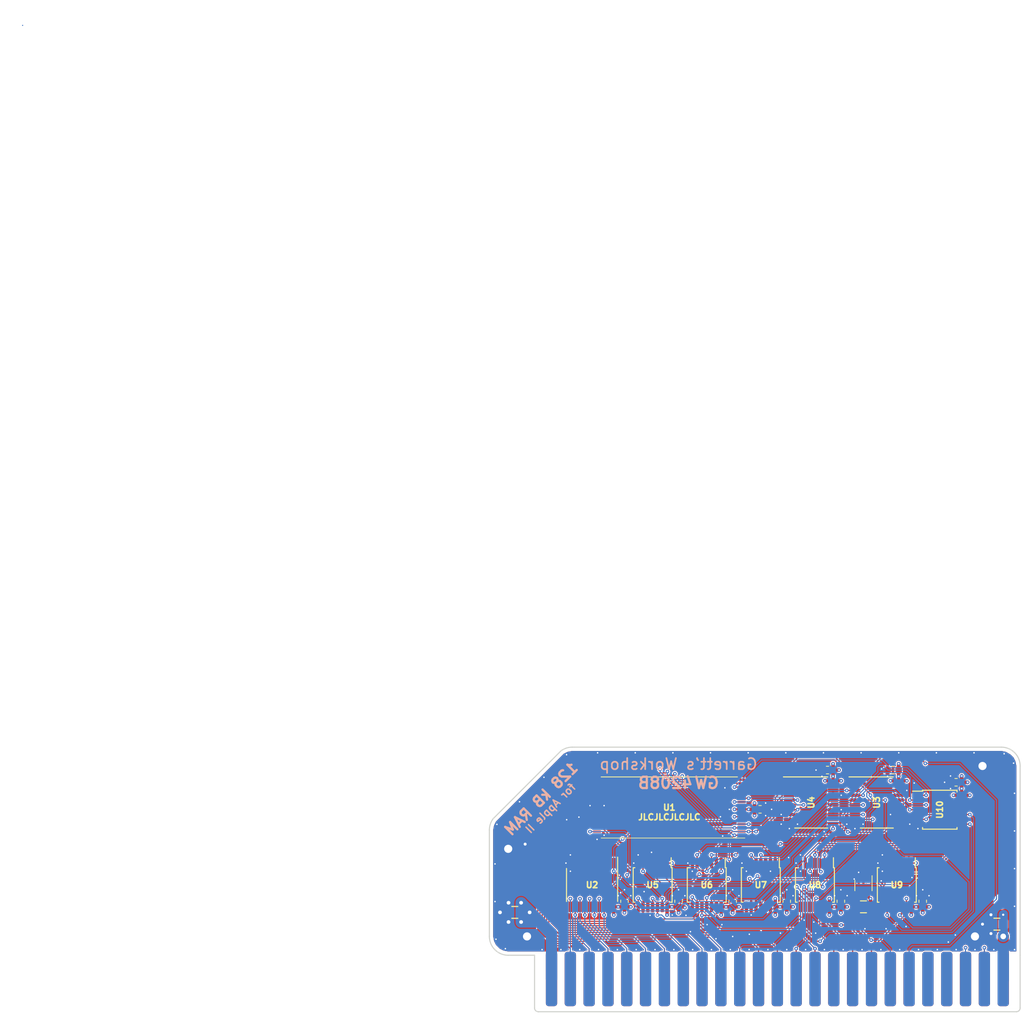
<source format=kicad_pcb>
(kicad_pcb (version 20171130) (host pcbnew "(5.1.5-0-10_14)")
  (layers (0 F.Cu signal) (1 In1.Cu power) (2 In2.Cu signal) (31 B.Cu power) (34 B.Paste user) (35 F.Paste user) (36 B.SilkS user) (37 F.SilkS user) (38 B.Mask user) (39 F.Mask user) (44 Edge.Cuts user))
  (net 0 "")
  (net 1 +5V)
  (net 2 GND)
  (net 3 /A4)
  (net 4 /D7)
  (net 5 /D6)
  (net 6 /A8)
  (net 7 /A7)
  (net 8 /A6)
  (net 9 /A5)
  (net 10 /A3)
  (net 11 /A2)
  (net 12 /A1)
  (net 13 /A0)
  (net 14 /A9)
  (net 15 /D1)
  (net 16 /D5)
  (net 17 /D0)
  (net 18 /D2)
  (net 19 /D3)
  (net 20 /D4)
  (net 21 /A10)
  (net 22 +12V)
  (net 23 -12V)
  (net 24 -5V)
  (net 25 /~IOSEL~)
  (net 26 /A11)
  (net 27 /A12)
  (net 28 /A13)
  (net 29 /A14)
  (net 30 /A15)
  (net 31 /~IOSTRB~)
  (net 32 /RDY)
  (net 33 /DMA)
  (net 34 /~NMI~)
  (net 35 /~IRQ~)
  (net 36 /~RES~)
  (net 37 /~INH~)
  (net 38 /COLORREF)
  (net 39 /7M)
  (net 40 /Q3)
  (net 41 /PHI1)
  (net 42 /USER1)
  (net 43 /PHI0)
  (net 44 /~DEVSEL~)
  (net 45 /INTin)
  (net 46 /DMAin)
  (net 47 /VIDSYNC)
  (net 48 /R~WE~)
  (net 49 /R~CS~)
  (net 50 /RA15)
  (net 51 /RA16)
  (net 52 /RA14)
  (net 53 /RA12)
  (net 54 /RD7)
  (net 55 /RD6)
  (net 56 /RD5)
  (net 57 /RD4)
  (net 58 /RD3)
  (net 59 /RD2)
  (net 60 /RD1)
  (net 61 /RD0)
  (net 62 /BankAB)
  (net 63 /ENWR1)
  (net 64 /ENRD)
  (net 65 /ENWR)
  (net 66 "Net-(U1-Pad9)")
  (net 67 /~DEV~andA2)
  (net 68 /ENWR1A0)
  (net 69 "Net-(U3-Pad12)")
  (net 70 /~DEV~and~A2~)
  (net 71 /~A0XOR1~)
  (net 72 "Net-(U5-Pad2)")
  (net 73 "Net-(U5-Pad4)")
  (net 74 "Net-(U5-Pad6)")
  (net 75 "Net-(U5-Pad8)")
  (net 76 /RCS)
  (net 77 "Net-(U5-Pad12)")
  (net 78 "Net-(U10-Pad1)")
  (net 79 "Net-(U10-Pad2)")
  (net 80 "Net-(U10-Pad4)")
  (net 81 "Net-(U10-Pad5)")
  (net 82 "Net-(U10-Pad10)")
  (net 83 "Net-(U8-Pad11)")
  (net 84 "Net-(U10-Pad9)")
  (net 85 "Net-(U9-Pad10)")
  (net 86 "Net-(U10-Pad8)")
  (net 87 /INHOE)
  (net 88 "Net-(U10-Pad11)")
  (net 89 "Net-(U3-Pad15)")
  (net 90 "Net-(U4-Pad15)")
  (net 91 "Net-(U3-Pad16)")
  (net 92 "Net-(U4-Pad16)")
  (net 93 "Net-(U4-Pad12)")
  (net 94 "Net-(U4-Pad9)")
  (net 95 "Net-(U3-Pad19)")
  (net 96 "Net-(U4-Pad19)")
  (net 97 "Net-(U7-Pad11)")
  (net 98 "Net-(U7-Pad8)")
  (net 99 "Net-(U7-Pad3)")
  (module stdpads:TSSOP-14_4.4x5mm_P0.65mm (layer F.Cu) (at 128.6 112.45 270)
    (fp_text reference U10)
    (fp_text value 74LS32)
    (fp_text user %R (at 0 0 270) (layer F.SilkS) (effects (font (size 0.8128 0.8128) (thickness 0.2032))))
    (pad 14 smd roundrect (at -1.95 -2.95) (size 1.45 0.45) (layers F.Cu F.Paste F.Mask) (net 1 +5V))
    (pad 13 smd roundrect (at -1.3 -2.95) (size 1.45 0.45) (layers F.Cu F.Paste F.Mask) (net 27 /A12))
    (pad 12 smd roundrect (at -0.65 -2.95) (size 1.45 0.45) (layers F.Cu F.Paste F.Mask) (net 28 /A13))
    (pad 11 smd roundrect (at 0 -2.95) (size 1.45 0.45) (layers F.Cu F.Paste F.Mask) (net 88 "Net-(U10-Pad11)"))
    (pad 10 smd roundrect (at 0.65 -2.95) (size 1.45 0.45) (layers F.Cu F.Paste F.Mask) (net 82 "Net-(U10-Pad10)"))
    (pad 9 smd roundrect (at 1.3 -2.95) (size 1.45 0.45) (layers F.Cu F.Paste F.Mask) (net 84 "Net-(U10-Pad9)"))
    (pad 8 smd roundrect (at 1.95 -2.95) (size 1.45 0.45) (layers F.Cu F.Paste F.Mask) (net 86 "Net-(U10-Pad8)"))
    (pad 7 smd roundrect (at 1.95 2.95) (size 1.45 0.45) (layers F.Cu F.Paste F.Mask) (net 2 GND))
    (pad 6 smd roundrect (at 1.3 2.95) (size 1.45 0.45) (layers F.Cu F.Paste F.Mask) (net 53 /RA12))
    (pad 5 smd roundrect (at 0.65 2.95) (size 1.45 0.45) (layers F.Cu F.Paste F.Mask) (net 81 "Net-(U10-Pad5)"))
    (pad 4 smd roundrect (at 0 2.95) (size 1.45 0.45) (layers F.Cu F.Paste F.Mask) (net 80 "Net-(U10-Pad4)"))
    (pad 3 smd roundrect (at -0.65 2.95) (size 1.45 0.45) (layers F.Cu F.Paste F.Mask) (net 71 /~A0XOR1~))
    (pad 2 smd roundrect (at -1.3 2.95) (size 1.45 0.45) (layers F.Cu F.Paste F.Mask) (net 79 "Net-(U10-Pad2)"))
    (pad 1 smd roundrect (at -1.95 2.95) (size 1.45 0.45) (layers F.Cu F.Paste F.Mask) (net 78 "Net-(U10-Pad1)"))
  )
  (module stdpads:TSSOP-14_4.4x5mm_P0.65mm (layer F.Cu) (at 97.15 122.6 180)
    (fp_text reference U6)
    (fp_text value 74LS08)
    (fp_text user %R (at 0 0 180) (layer F.SilkS) (effects (font (size 0.8128 0.8128) (thickness 0.2032))))
    (pad 1 smd roundrect (at -1.95 2.95 270) (size 1.45 0.45) (layers F.Cu F.Paste F.Mask) (net 72 "Net-(U5-Pad2)"))
    (pad 2 smd roundrect (at -1.3 2.95 270) (size 1.45 0.45) (layers F.Cu F.Paste F.Mask) (net 12 /A1))
    (pad 3 smd roundrect (at -0.65 2.95 270) (size 1.45 0.45) (layers F.Cu F.Paste F.Mask) (net 78 "Net-(U10-Pad1)"))
    (pad 4 smd roundrect (at 0 2.95 270) (size 1.45 0.45) (layers F.Cu F.Paste F.Mask) (net 13 /A0))
    (pad 5 smd roundrect (at 0.65 2.95 270) (size 1.45 0.45) (layers F.Cu F.Paste F.Mask) (net 73 "Net-(U5-Pad4)"))
    (pad 6 smd roundrect (at 1.3 2.95 270) (size 1.45 0.45) (layers F.Cu F.Paste F.Mask) (net 79 "Net-(U10-Pad2)"))
    (pad 7 smd roundrect (at 1.95 2.95 270) (size 1.45 0.45) (layers F.Cu F.Paste F.Mask) (net 2 GND))
    (pad 8 smd roundrect (at 1.95 -2.95 270) (size 1.45 0.45) (layers F.Cu F.Paste F.Mask) (net 67 /~DEV~andA2))
    (pad 9 smd roundrect (at 1.3 -2.95 270) (size 1.45 0.45) (layers F.Cu F.Paste F.Mask) (net 11 /A2))
    (pad 10 smd roundrect (at 0.65 -2.95 270) (size 1.45 0.45) (layers F.Cu F.Paste F.Mask) (net 44 /~DEVSEL~))
    (pad 11 smd roundrect (at 0 -2.95 270) (size 1.45 0.45) (layers F.Cu F.Paste F.Mask) (net 70 /~DEV~and~A2~))
    (pad 12 smd roundrect (at -0.65 -2.95 270) (size 1.45 0.45) (layers F.Cu F.Paste F.Mask) (net 74 "Net-(U5-Pad6)"))
    (pad 13 smd roundrect (at -1.3 -2.95 270) (size 1.45 0.45) (layers F.Cu F.Paste F.Mask) (net 44 /~DEVSEL~))
    (pad 14 smd roundrect (at -1.95 -2.95 270) (size 1.45 0.45) (layers F.Cu F.Paste F.Mask) (net 1 +5V))
  )
  (module stdpads:C_0603 (layer F.Cu) (at 107.95 124.8 90)
    (fp_text reference C8)
    (fp_text value 2u2)
    (pad 1 smd roundrect (at -0.75 0 90) (size 0.85 0.95) (layers F.Cu F.Paste F.Mask) (net 1 +5V))
    (pad 2 smd roundrect (at 0.75 0 90) (size 0.85 0.95) (layers F.Cu F.Paste F.Mask) (net 2 GND))
  )
  (module stdpads:TSOP-I-32_18.4x8mm_P0.5mm (layer F.Cu) (at 92.1 112.15 180)
    (fp_text reference U1)
    (fp_text value 621024)
    (fp_text user %R (at 0 0) (layer F.SilkS) (effects (font (size 0.8128 0.8128) (thickness 0.2032))))
    (pad 32 smd roundrect (at 9.75 -3.75 180) (size 1.1 0.3) (layers F.Cu F.Paste F.Mask) (net 2 GND))
    (pad 31 smd roundrect (at 9.75 -3.25 180) (size 1.1 0.3) (layers F.Cu F.Paste F.Mask) (net 28 /A13))
    (pad 30 smd roundrect (at 9.75 -2.75 180) (size 1.1 0.3) (layers F.Cu F.Paste F.Mask) (net 49 /R~CS~))
    (pad 29 smd roundrect (at 9.75 -2.25 180) (size 1.1 0.3) (layers F.Cu F.Paste F.Mask) (net 58 /RD3))
    (pad 28 smd roundrect (at 9.75 -1.75 180) (size 1.1 0.3) (layers F.Cu F.Paste F.Mask) (net 59 /RD2))
    (pad 27 smd roundrect (at 9.75 -1.25 180) (size 1.1 0.3) (layers F.Cu F.Paste F.Mask) (net 60 /RD1))
    (pad 26 smd roundrect (at 9.75 -0.75 180) (size 1.1 0.3) (layers F.Cu F.Paste F.Mask) (net 61 /RD0))
    (pad 25 smd roundrect (at 9.75 -0.25 180) (size 1.1 0.3) (layers F.Cu F.Paste F.Mask) (net 54 /RD7))
    (pad 24 smd roundrect (at 9.75 0.25 180) (size 1.1 0.3) (layers F.Cu F.Paste F.Mask) (net 2 GND))
    (pad 23 smd roundrect (at 9.75 0.75 180) (size 1.1 0.3) (layers F.Cu F.Paste F.Mask) (net 55 /RD6))
    (pad 22 smd roundrect (at 9.75 1.25 180) (size 1.1 0.3) (layers F.Cu F.Paste F.Mask) (net 56 /RD5))
    (pad 21 smd roundrect (at 9.75 1.75 180) (size 1.1 0.3) (layers F.Cu F.Paste F.Mask) (net 57 /RD4))
    (pad 20 smd roundrect (at 9.75 2.25 180) (size 1.1 0.3) (layers F.Cu F.Paste F.Mask) (net 26 /A11))
    (pad 19 smd roundrect (at 9.75 2.75 180) (size 1.1 0.3) (layers F.Cu F.Paste F.Mask) (net 21 /A10))
    (pad 18 smd roundrect (at 9.75 3.25 180) (size 1.1 0.3) (layers F.Cu F.Paste F.Mask) (net 14 /A9))
    (pad 16 smd roundrect (at -9.75 3.75 180) (size 1.1 0.3) (layers F.Cu F.Paste F.Mask) (net 3 /A4))
    (pad 15 smd roundrect (at -9.75 3.25 180) (size 1.1 0.3) (layers F.Cu F.Paste F.Mask) (net 9 /A5))
    (pad 14 smd roundrect (at -9.75 2.75 180) (size 1.1 0.3) (layers F.Cu F.Paste F.Mask) (net 53 /RA12))
    (pad 13 smd roundrect (at -9.75 2.25 180) (size 1.1 0.3) (layers F.Cu F.Paste F.Mask) (net 8 /A6))
    (pad 12 smd roundrect (at -9.75 1.75 180) (size 1.1 0.3) (layers F.Cu F.Paste F.Mask) (net 52 /RA14))
    (pad 11 smd roundrect (at -9.75 1.25 180) (size 1.1 0.3) (layers F.Cu F.Paste F.Mask) (net 50 /RA15))
    (pad 10 smd roundrect (at -9.75 0.75 180) (size 1.1 0.3) (layers F.Cu F.Paste F.Mask) (net 51 /RA16))
    (pad 9 smd roundrect (at -9.75 0.25 180) (size 1.1 0.3) (layers F.Cu F.Paste F.Mask) (net 66 "Net-(U1-Pad9)"))
    (pad 8 smd roundrect (at -9.75 -0.25 180) (size 1.1 0.3) (layers F.Cu F.Paste F.Mask) (net 1 +5V))
    (pad 7 smd roundrect (at -9.75 -0.75 180) (size 1.1 0.3) (layers F.Cu F.Paste F.Mask) (net 7 /A7))
    (pad 6 smd roundrect (at -9.75 -1.25 180) (size 1.1 0.3) (layers F.Cu F.Paste F.Mask) (net 1 +5V))
    (pad 5 smd roundrect (at -9.75 -1.75 180) (size 1.1 0.3) (layers F.Cu F.Paste F.Mask) (net 48 /R~WE~))
    (pad 4 smd roundrect (at -9.75 -2.25 180) (size 1.1 0.3) (layers F.Cu F.Paste F.Mask) (net 10 /A3))
    (pad 3 smd roundrect (at -9.75 -2.75 180) (size 1.1 0.3) (layers F.Cu F.Paste F.Mask) (net 11 /A2))
    (pad 2 smd roundrect (at -9.75 -3.25 180) (size 1.1 0.3) (layers F.Cu F.Paste F.Mask) (net 12 /A1))
    (pad 17 smd roundrect (at 9.75 3.75 180) (size 1.1 0.3) (layers F.Cu F.Paste F.Mask) (net 6 /A8))
    (pad 1 smd roundrect (at -9.75 -3.75 180) (size 1.1 0.3) (layers F.Cu F.Paste F.Mask) (net 13 /A0))
  )
  (module stdpads:C_0603 (layer F.Cu) (at 86.05 124.8 90)
    (fp_text reference C3)
    (fp_text value 2u2)
    (pad 2 smd roundrect (at 0.75 0 90) (size 0.85 0.95) (layers F.Cu F.Paste F.Mask) (net 2 GND))
    (pad 1 smd roundrect (at -0.75 0 90) (size 0.85 0.95) (layers F.Cu F.Paste F.Mask) (net 1 +5V))
  )
  (module stdpads:C_0603 (layer F.Cu) (at 126.3 124.8 90)
    (fp_text reference C10)
    (fp_text value 2u2)
    (pad 1 smd roundrect (at -0.75 0 90) (size 0.85 0.95) (layers F.Cu F.Paste F.Mask) (net 1 +5V))
    (pad 2 smd roundrect (at 0.75 0 90) (size 0.85 0.95) (layers F.Cu F.Paste F.Mask) (net 2 GND))
  )
  (module stdpads:C_0603 (layer F.Cu) (at 115.25 124.8 90)
    (fp_text reference C9)
    (fp_text value 2u2)
    (pad 2 smd roundrect (at 0.75 0 90) (size 0.85 0.95) (layers F.Cu F.Paste F.Mask) (net 2 GND))
    (pad 1 smd roundrect (at -0.75 0 90) (size 0.85 0.95) (layers F.Cu F.Paste F.Mask) (net 1 +5V))
  )
  (module stdpads:R_0805 (layer F.Cu) (at 118.3 125.55 180)
    (fp_text reference R1 hide)
    (fp_text value 3k3 hide)
    (pad 1 smd roundrect (at -0.95 0 180) (size 0.85 1.4) (layers F.Cu F.Paste F.Mask) (net 1 +5V))
    (pad 2 smd roundrect (at 0.95 0 180) (size 0.85 1.4) (layers F.Cu F.Paste F.Mask) (net 37 /~INH~))
  )
  (module stdpads:C_0603 (layer F.Cu) (at 93.35 124.8 90)
    (fp_text reference C6)
    (fp_text value 2u2)
    (pad 1 smd roundrect (at -0.75 0 90) (size 0.85 0.95) (layers F.Cu F.Paste F.Mask) (net 1 +5V))
    (pad 2 smd roundrect (at 0.75 0 90) (size 0.85 0.95) (layers F.Cu F.Paste F.Mask) (net 2 GND))
  )
  (module stdpads:AppleIIBus_Edge (layer F.Cu) (at 106.68 135.382)
    (fp_text reference J1 hide)
    (fp_text value AppleIIBus)
    (pad 26 smd roundrect (at 30.48 -0.1 180) (size 1.524 7.34) (layers B.Cu B.Mask) (net 2 GND))
    (pad 27 smd roundrect (at 27.94 -0.1 180) (size 1.524 7.34) (layers B.Cu B.Mask) (net 46 /DMAin))
    (pad 28 smd roundrect (at 25.4 -0.1 180) (size 1.524 7.34) (layers B.Cu B.Mask) (net 45 /INTin))
    (pad 50 smd roundrect (at -30.48 -0.1 180) (size 1.524 7.34) (layers B.Cu B.Mask) (net 22 +12V))
    (pad 49 smd roundrect (at -27.94 -0.1 180) (size 1.524 7.34) (layers B.Cu B.Mask) (net 17 /D0))
    (pad 48 smd roundrect (at -25.4 -0.1 180) (size 1.524 7.34) (layers B.Cu B.Mask) (net 15 /D1))
    (pad 47 smd roundrect (at -22.86 -0.1 180) (size 1.524 7.34) (layers B.Cu B.Mask) (net 18 /D2))
    (pad 46 smd roundrect (at -20.32 -0.1 180) (size 1.524 7.34) (layers B.Cu B.Mask) (net 19 /D3))
    (pad 45 smd roundrect (at -17.78 -0.1 180) (size 1.524 7.34) (layers B.Cu B.Mask) (net 20 /D4))
    (pad 44 smd roundrect (at -15.24 -0.1 180) (size 1.524 7.34) (layers B.Cu B.Mask) (net 16 /D5))
    (pad 43 smd roundrect (at -12.7 -0.1 180) (size 1.524 7.34) (layers B.Cu B.Mask) (net 5 /D6))
    (pad 42 smd roundrect (at -10.16 -0.1 180) (size 1.524 7.34) (layers B.Cu B.Mask) (net 4 /D7))
    (pad 41 smd roundrect (at -7.62 -0.1 180) (size 1.524 7.34) (layers B.Cu B.Mask) (net 44 /~DEVSEL~))
    (pad 40 smd roundrect (at -5.08 -0.1 180) (size 1.524 7.34) (layers B.Cu B.Mask) (net 43 /PHI0))
    (pad 39 smd roundrect (at -2.54 -0.1 180) (size 1.524 7.34) (layers B.Cu B.Mask) (net 42 /USER1))
    (pad 38 smd roundrect (at 0 -0.1 180) (size 1.524 7.34) (layers B.Cu B.Mask) (net 41 /PHI1))
    (pad 37 smd roundrect (at 2.54 -0.1 180) (size 1.524 7.34) (layers B.Cu B.Mask) (net 40 /Q3))
    (pad 36 smd roundrect (at 5.08 -0.1 180) (size 1.524 7.34) (layers B.Cu B.Mask) (net 39 /7M))
    (pad 35 smd roundrect (at 7.62 -0.1 180) (size 1.524 7.34) (layers B.Cu B.Mask) (net 38 /COLORREF))
    (pad 34 smd roundrect (at 10.16 -0.1 180) (size 1.524 7.34) (layers B.Cu B.Mask) (net 24 -5V))
    (pad 33 smd roundrect (at 12.7 -0.1 180) (size 1.524 7.34) (layers B.Cu B.Mask) (net 23 -12V))
    (pad 32 smd roundrect (at 15.24 -0.1 180) (size 1.524 7.34) (layers B.Cu B.Mask) (net 37 /~INH~))
    (pad 31 smd roundrect (at 17.78 -0.1 180) (size 1.524 7.34) (layers B.Cu B.Mask) (net 36 /~RES~))
    (pad 30 smd roundrect (at 20.32 -0.1 180) (size 1.524 7.34) (layers B.Cu B.Mask) (net 35 /~IRQ~))
    (pad 29 smd roundrect (at 22.86 -0.1 180) (size 1.524 7.34) (layers B.Cu B.Mask) (net 34 /~NMI~))
    (pad 25 smd roundrect (at 30.48 -0.1 180) (size 1.524 7.34) (layers F.Cu F.Mask) (net 1 +5V))
    (pad 24 smd roundrect (at 27.94 -0.1 180) (size 1.524 7.34) (layers F.Cu F.Mask) (net 46 /DMAin))
    (pad 23 smd roundrect (at 25.4 -0.1 180) (size 1.524 7.34) (layers F.Cu F.Mask) (net 45 /INTin))
    (pad 22 smd roundrect (at 22.86 -0.1 180) (size 1.524 7.34) (layers F.Cu F.Mask) (net 33 /DMA))
    (pad 21 smd roundrect (at 20.32 -0.1 180) (size 1.524 7.34) (layers F.Cu F.Mask) (net 32 /RDY))
    (pad 20 smd roundrect (at 17.78 -0.1 180) (size 1.524 7.34) (layers F.Cu F.Mask) (net 31 /~IOSTRB~))
    (pad 19 smd roundrect (at 15.24 -0.1 180) (size 1.524 7.34) (layers F.Cu F.Mask) (net 47 /VIDSYNC))
    (pad 18 smd roundrect (at 12.7 -0.1 180) (size 1.524 7.34) (layers F.Cu F.Mask) (net 48 /R~WE~))
    (pad 17 smd roundrect (at 10.16 -0.1 180) (size 1.524 7.34) (layers F.Cu F.Mask) (net 30 /A15))
    (pad 16 smd roundrect (at 7.62 -0.1 180) (size 1.524 7.34) (layers F.Cu F.Mask) (net 29 /A14))
    (pad 15 smd roundrect (at 5.08 -0.1 180) (size 1.524 7.34) (layers F.Cu F.Mask) (net 28 /A13))
    (pad 14 smd roundrect (at 2.54 -0.1 180) (size 1.524 7.34) (layers F.Cu F.Mask) (net 27 /A12))
    (pad 13 smd roundrect (at 0 -0.1 180) (size 1.524 7.34) (layers F.Cu F.Mask) (net 26 /A11))
    (pad 12 smd roundrect (at -2.54 -0.1 180) (size 1.524 7.34) (layers F.Cu F.Mask) (net 21 /A10))
    (pad 11 smd roundrect (at -5.08 -0.1 180) (size 1.524 7.34) (layers F.Cu F.Mask) (net 14 /A9))
    (pad 10 smd roundrect (at -7.62 -0.1 180) (size 1.524 7.34) (layers F.Cu F.Mask) (net 6 /A8))
    (pad 9 smd roundrect (at -10.16 -0.1 180) (size 1.524 7.34) (layers F.Cu F.Mask) (net 7 /A7))
    (pad 8 smd roundrect (at -12.7 -0.1 180) (size 1.524 7.34) (layers F.Cu F.Mask) (net 8 /A6))
    (pad 7 smd roundrect (at -15.24 -0.1 180) (size 1.524 7.34) (layers F.Cu F.Mask) (net 9 /A5))
    (pad 6 smd roundrect (at -17.78 -0.1 180) (size 1.524 7.34) (layers F.Cu F.Mask) (net 3 /A4))
    (pad 5 smd roundrect (at -20.32 -0.1 180) (size 1.524 7.34) (layers F.Cu F.Mask) (net 10 /A3))
    (pad 4 smd roundrect (at -22.86 -0.1 180) (size 1.524 7.34) (layers F.Cu F.Mask) (net 11 /A2))
    (pad 3 smd roundrect (at -25.4 -0.1 180) (size 1.524 7.34) (layers F.Cu F.Mask) (net 12 /A1))
    (pad 2 smd roundrect (at -27.94 -0.1 180) (size 1.524 7.34) (layers F.Cu F.Mask) (net 13 /A0))
    (pad 1 smd roundrect (at -30.48 -0.1 180) (size 1.524 7.34) (layers F.Cu F.Mask) (net 25 /~IOSEL~))
  )
  (module stdpads:Fiducial (layer F.Cu) (at 70.358 115.189 90)
    (fp_text reference FID2 hide)
    (fp_text value Fiducial hide)
    (pad ~ smd circle (at 0 0 90) (size 1 1) (layers F.Cu F.Mask) (clearance 0.575))
  )
  (module stdpads:Fiducial (layer F.Cu) (at 136.906 106.553 270)
    (fp_text reference FID1 hide)
    (fp_text value Fiducial hide)
    (pad ~ smd circle (at 0 0 270) (size 1 1) (layers F.Cu F.Mask) (clearance 0.575))
  )
  (module stdpads:Fiducial (layer F.Cu) (at 70.358 129.54)
    (fp_text reference FID5 hide)
    (fp_text value Fiducial hide)
    (pad ~ smd circle (at 0 0) (size 1 1) (layers F.Cu F.Mask) (clearance 0.575))
  )
  (module stdpads:Fiducial (layer F.Cu) (at 136.906 124.841)
    (fp_text reference FID4 hide)
    (fp_text value Fiducial hide)
    (pad ~ smd circle (at 0 0) (size 1 1) (layers F.Cu F.Mask) (clearance 0.575))
  )
  (module stdpads:PasteHole_1.1mm_PTH (layer F.Cu) (at 70.358 117.729 90)
    (fp_text reference H2 hide)
    (fp_text value " " hide)
    (pad 1 thru_hole circle (at 0 0 90) (size 2 2) (drill 1.1) (layers *.Cu *.Mask) (net 2 GND))
  )
  (module stdpads:PasteHole_1.1mm_PTH (layer F.Cu) (at 134.366 106.553 270)
    (fp_text reference H1 hide)
    (fp_text value " " hide)
    (pad 1 thru_hole circle (at 0 0 270) (size 2 2) (drill 1.1) (layers *.Cu *.Mask) (net 2 GND))
  )
  (module stdpads:PasteHole_1.1mm_PTH (layer F.Cu) (at 133.35 129.54)
    (fp_text reference H4 hide)
    (fp_text value " " hide)
    (pad 1 thru_hole circle (at 0 0) (size 2 2) (drill 1.1) (layers *.Cu *.Mask) (net 2 GND))
  )
  (module stdpads:PasteHole_1.1mm_PTH (layer F.Cu) (at 72.898 129.54)
    (fp_text reference H5 hide)
    (fp_text value " " hide)
    (pad 1 thru_hole circle (at 0 0) (size 2 2) (drill 1.1) (layers *.Cu *.Mask) (net 2 GND))
  )
  (module stdpads:C_0805 (layer F.Cu) (at 136.31 127.889 180)
    (fp_text reference C1 hide)
    (fp_text value 2u2 hide)
    (pad 1 smd roundrect (at -0.85 0 180) (size 1.05 1.4) (layers F.Cu F.Paste F.Mask) (net 1 +5V))
    (pad 2 smd roundrect (at 0.85 0 180) (size 1.05 1.4) (layers F.Cu F.Paste F.Mask) (net 2 GND))
  )
  (module stdpads:TSSOP-20_4.4x6.5mm_P0.65mm (layer F.Cu) (at 81.675 122.6 180)
    (fp_text reference U2)
    (fp_text value 74HCT245)
    (fp_text user %R (at 0 0) (layer F.SilkS) (effects (font (size 0.8128 0.8128) (thickness 0.2032))))
    (pad 1 smd roundrect (at -2.925 2.95 270) (size 1.45 0.45) (layers F.Cu F.Paste F.Mask) (net 48 /R~WE~))
    (pad 2 smd roundrect (at -2.275 2.95 270) (size 1.45 0.45) (layers F.Cu F.Paste F.Mask) (net 58 /RD3))
    (pad 3 smd roundrect (at -1.625 2.95 270) (size 1.45 0.45) (layers F.Cu F.Paste F.Mask) (net 59 /RD2))
    (pad 4 smd roundrect (at -0.975 2.95 270) (size 1.45 0.45) (layers F.Cu F.Paste F.Mask) (net 60 /RD1))
    (pad 5 smd roundrect (at -0.325 2.95 270) (size 1.45 0.45) (layers F.Cu F.Paste F.Mask) (net 61 /RD0))
    (pad 6 smd roundrect (at 0.325 2.95 270) (size 1.45 0.45) (layers F.Cu F.Paste F.Mask) (net 54 /RD7))
    (pad 7 smd roundrect (at 0.975 2.95 270) (size 1.45 0.45) (layers F.Cu F.Paste F.Mask) (net 55 /RD6))
    (pad 8 smd roundrect (at 1.625 2.95 270) (size 1.45 0.45) (layers F.Cu F.Paste F.Mask) (net 56 /RD5))
    (pad 9 smd roundrect (at 2.275 2.95 270) (size 1.45 0.45) (layers F.Cu F.Paste F.Mask) (net 57 /RD4))
    (pad 10 smd roundrect (at 2.925 2.95 270) (size 1.45 0.45) (layers F.Cu F.Paste F.Mask) (net 2 GND))
    (pad 11 smd roundrect (at 2.925 -2.95 270) (size 1.45 0.45) (layers F.Cu F.Paste F.Mask) (net 17 /D0))
    (pad 12 smd roundrect (at 2.275 -2.95 270) (size 1.45 0.45) (layers F.Cu F.Paste F.Mask) (net 15 /D1))
    (pad 13 smd roundrect (at 1.625 -2.95 270) (size 1.45 0.45) (layers F.Cu F.Paste F.Mask) (net 18 /D2))
    (pad 14 smd roundrect (at 0.975 -2.95 270) (size 1.45 0.45) (layers F.Cu F.Paste F.Mask) (net 19 /D3))
    (pad 15 smd roundrect (at 0.325 -2.95 270) (size 1.45 0.45) (layers F.Cu F.Paste F.Mask) (net 20 /D4))
    (pad 16 smd roundrect (at -0.325 -2.95 270) (size 1.45 0.45) (layers F.Cu F.Paste F.Mask) (net 16 /D5))
    (pad 17 smd roundrect (at -0.975 -2.95 270) (size 1.45 0.45) (layers F.Cu F.Paste F.Mask) (net 5 /D6))
    (pad 18 smd roundrect (at -1.625 -2.95 270) (size 1.45 0.45) (layers F.Cu F.Paste F.Mask) (net 4 /D7))
    (pad 19 smd roundrect (at -2.275 -2.95 270) (size 1.45 0.45) (layers F.Cu F.Paste F.Mask) (net 49 /R~CS~))
    (pad 20 smd roundrect (at -2.925 -2.95 270) (size 1.45 0.45) (layers F.Cu F.Paste F.Mask) (net 1 +5V))
  )
  (module stdpads:TSSOP-14_4.4x5mm_P0.65mm (layer F.Cu) (at 122.8 122.6 180)
    (fp_text reference U9)
    (fp_text value 74LS08)
    (fp_text user %R (at 0 0 180) (layer F.SilkS) (effects (font (size 0.8128 0.8128) (thickness 0.2032))))
    (pad 1 smd roundrect (at -1.95 2.95 270) (size 1.45 0.45) (layers F.Cu F.Paste F.Mask) (net 83 "Net-(U8-Pad11)"))
    (pad 2 smd roundrect (at -1.3 2.95 270) (size 1.45 0.45) (layers F.Cu F.Paste F.Mask) (net 88 "Net-(U10-Pad11)"))
    (pad 3 smd roundrect (at -0.65 2.95 270) (size 1.45 0.45) (layers F.Cu F.Paste F.Mask) (net 85 "Net-(U9-Pad10)"))
    (pad 4 smd roundrect (at 0 2.95 270) (size 1.45 0.45) (layers F.Cu F.Paste F.Mask) (net 87 /INHOE))
    (pad 5 smd roundrect (at 0.65 2.95 270) (size 1.45 0.45) (layers F.Cu F.Paste F.Mask) (net 43 /PHI0))
    (pad 6 smd roundrect (at 1.3 2.95 270) (size 1.45 0.45) (layers F.Cu F.Paste F.Mask) (net 76 /RCS))
    (pad 7 smd roundrect (at 1.95 2.95 270) (size 1.45 0.45) (layers F.Cu F.Paste F.Mask) (net 2 GND))
    (pad 8 smd roundrect (at 1.95 -2.95 270) (size 1.45 0.45) (layers F.Cu F.Paste F.Mask) (net 87 /INHOE))
    (pad 9 smd roundrect (at 1.3 -2.95 270) (size 1.45 0.45) (layers F.Cu F.Paste F.Mask) (net 86 "Net-(U10-Pad8)"))
    (pad 10 smd roundrect (at 0.65 -2.95 270) (size 1.45 0.45) (layers F.Cu F.Paste F.Mask) (net 85 "Net-(U9-Pad10)"))
    (pad 11 smd roundrect (at 0 -2.95 270) (size 1.45 0.45) (layers F.Cu F.Paste F.Mask) (net 84 "Net-(U10-Pad9)"))
    (pad 12 smd roundrect (at -0.65 -2.95 270) (size 1.45 0.45) (layers F.Cu F.Paste F.Mask) (net 64 /ENRD))
    (pad 13 smd roundrect (at -1.3 -2.95 270) (size 1.45 0.45) (layers F.Cu F.Paste F.Mask) (net 48 /R~WE~))
    (pad 14 smd roundrect (at -1.95 -2.95 270) (size 1.45 0.45) (layers F.Cu F.Paste F.Mask) (net 1 +5V))
  )
  (module stdpads:TSSOP-14_4.4x5mm_P0.65mm (layer F.Cu) (at 111.75 122.6 180)
    (fp_text reference U8)
    (fp_text value 74LS08)
    (fp_text user %R (at 0 0 180) (layer F.SilkS) (effects (font (size 0.8128 0.8128) (thickness 0.2032))))
    (pad 1 smd roundrect (at -1.95 2.95 270) (size 1.45 0.45) (layers F.Cu F.Paste F.Mask) (net 75 "Net-(U5-Pad8)"))
    (pad 2 smd roundrect (at -1.3 2.95 270) (size 1.45 0.45) (layers F.Cu F.Paste F.Mask) (net 62 /BankAB))
    (pad 3 smd roundrect (at -0.65 2.95 270) (size 1.45 0.45) (layers F.Cu F.Paste F.Mask) (net 80 "Net-(U10-Pad4)"))
    (pad 4 smd roundrect (at 0 2.95 270) (size 1.45 0.45) (layers F.Cu F.Paste F.Mask) (net 28 /A13))
    (pad 5 smd roundrect (at 0.65 2.95 270) (size 1.45 0.45) (layers F.Cu F.Paste F.Mask) (net 27 /A12))
    (pad 6 smd roundrect (at 1.3 2.95 270) (size 1.45 0.45) (layers F.Cu F.Paste F.Mask) (net 81 "Net-(U10-Pad5)"))
    (pad 7 smd roundrect (at 1.95 2.95 270) (size 1.45 0.45) (layers F.Cu F.Paste F.Mask) (net 2 GND))
    (pad 8 smd roundrect (at 1.95 -2.95 270) (size 1.45 0.45) (layers F.Cu F.Paste F.Mask) (net 82 "Net-(U10-Pad10)"))
    (pad 9 smd roundrect (at 1.3 -2.95 270) (size 1.45 0.45) (layers F.Cu F.Paste F.Mask) (net 65 /ENWR))
    (pad 10 smd roundrect (at 0.65 -2.95 270) (size 1.45 0.45) (layers F.Cu F.Paste F.Mask) (net 77 "Net-(U5-Pad12)"))
    (pad 11 smd roundrect (at 0 -2.95 270) (size 1.45 0.45) (layers F.Cu F.Paste F.Mask) (net 83 "Net-(U8-Pad11)"))
    (pad 12 smd roundrect (at -0.65 -2.95 270) (size 1.45 0.45) (layers F.Cu F.Paste F.Mask) (net 29 /A14))
    (pad 13 smd roundrect (at -1.3 -2.95 270) (size 1.45 0.45) (layers F.Cu F.Paste F.Mask) (net 30 /A15))
    (pad 14 smd roundrect (at -1.95 -2.95 270) (size 1.45 0.45) (layers F.Cu F.Paste F.Mask) (net 1 +5V))
  )
  (module stdpads:TSSOP-14_4.4x5mm_P0.65mm (layer F.Cu) (at 104.45 122.6 180)
    (fp_text reference U7)
    (fp_text value 74LS08)
    (fp_text user %R (at 0 0 180) (layer F.SilkS) (effects (font (size 0.8128 0.8128) (thickness 0.2032))))
    (pad 14 smd roundrect (at -1.95 -2.95 270) (size 1.45 0.45) (layers F.Cu F.Paste F.Mask) (net 1 +5V))
    (pad 13 smd roundrect (at -1.3 -2.95 270) (size 1.45 0.45) (layers F.Cu F.Paste F.Mask) (net 2 GND))
    (pad 12 smd roundrect (at -0.65 -2.95 270) (size 1.45 0.45) (layers F.Cu F.Paste F.Mask) (net 2 GND))
    (pad 11 smd roundrect (at 0 -2.95 270) (size 1.45 0.45) (layers F.Cu F.Paste F.Mask) (net 97 "Net-(U7-Pad11)"))
    (pad 10 smd roundrect (at 0.65 -2.95 270) (size 1.45 0.45) (layers F.Cu F.Paste F.Mask) (net 2 GND))
    (pad 9 smd roundrect (at 1.3 -2.95 270) (size 1.45 0.45) (layers F.Cu F.Paste F.Mask) (net 2 GND))
    (pad 8 smd roundrect (at 1.95 -2.95 270) (size 1.45 0.45) (layers F.Cu F.Paste F.Mask) (net 98 "Net-(U7-Pad8)"))
    (pad 7 smd roundrect (at 1.95 2.95 270) (size 1.45 0.45) (layers F.Cu F.Paste F.Mask) (net 2 GND))
    (pad 6 smd roundrect (at 1.3 2.95 270) (size 1.45 0.45) (layers F.Cu F.Paste F.Mask) (net 68 /ENWR1A0))
    (pad 5 smd roundrect (at 0.65 2.95 270) (size 1.45 0.45) (layers F.Cu F.Paste F.Mask) (net 13 /A0))
    (pad 4 smd roundrect (at 0 2.95 270) (size 1.45 0.45) (layers F.Cu F.Paste F.Mask) (net 63 /ENWR1))
    (pad 3 smd roundrect (at -0.65 2.95 270) (size 1.45 0.45) (layers F.Cu F.Paste F.Mask) (net 99 "Net-(U7-Pad3)"))
    (pad 2 smd roundrect (at -1.3 2.95 270) (size 1.45 0.45) (layers F.Cu F.Paste F.Mask) (net 2 GND))
    (pad 1 smd roundrect (at -1.95 2.95 270) (size 1.45 0.45) (layers F.Cu F.Paste F.Mask) (net 2 GND))
  )
  (module stdpads:TSSOP-14_4.4x5mm_P0.65mm (layer F.Cu) (at 89.85 122.6 180)
    (fp_text reference U5)
    (fp_text value 74LS04)
    (fp_text user %R (at 0 0 180) (layer F.SilkS) (effects (font (size 0.8128 0.8128) (thickness 0.2032))))
    (pad 14 smd roundrect (at -1.95 -2.95 270) (size 1.45 0.45) (layers F.Cu F.Paste F.Mask) (net 1 +5V))
    (pad 13 smd roundrect (at -1.3 -2.95 270) (size 1.45 0.45) (layers F.Cu F.Paste F.Mask) (net 48 /R~WE~))
    (pad 12 smd roundrect (at -0.65 -2.95 270) (size 1.45 0.45) (layers F.Cu F.Paste F.Mask) (net 77 "Net-(U5-Pad12)"))
    (pad 11 smd roundrect (at 0 -2.95 270) (size 1.45 0.45) (layers F.Cu F.Paste F.Mask) (net 76 /RCS))
    (pad 10 smd roundrect (at 0.65 -2.95 270) (size 1.45 0.45) (layers F.Cu F.Paste F.Mask) (net 49 /R~CS~))
    (pad 9 smd roundrect (at 1.3 -2.95 270) (size 1.45 0.45) (layers F.Cu F.Paste F.Mask) (net 28 /A13))
    (pad 8 smd roundrect (at 1.95 -2.95 270) (size 1.45 0.45) (layers F.Cu F.Paste F.Mask) (net 75 "Net-(U5-Pad8)"))
    (pad 7 smd roundrect (at 1.95 2.95 270) (size 1.45 0.45) (layers F.Cu F.Paste F.Mask) (net 2 GND))
    (pad 6 smd roundrect (at 1.3 2.95 270) (size 1.45 0.45) (layers F.Cu F.Paste F.Mask) (net 74 "Net-(U5-Pad6)"))
    (pad 5 smd roundrect (at 0.65 2.95 270) (size 1.45 0.45) (layers F.Cu F.Paste F.Mask) (net 11 /A2))
    (pad 4 smd roundrect (at 0 2.95 270) (size 1.45 0.45) (layers F.Cu F.Paste F.Mask) (net 73 "Net-(U5-Pad4)"))
    (pad 3 smd roundrect (at -0.65 2.95 270) (size 1.45 0.45) (layers F.Cu F.Paste F.Mask) (net 12 /A1))
    (pad 2 smd roundrect (at -1.3 2.95 270) (size 1.45 0.45) (layers F.Cu F.Paste F.Mask) (net 72 "Net-(U5-Pad2)"))
    (pad 1 smd roundrect (at -1.95 2.95 270) (size 1.45 0.45) (layers F.Cu F.Paste F.Mask) (net 13 /A0))
  )
  (module stdpads:SOT-353 (layer F.Cu) (at 118.3 122.65 270)
    (fp_text reference U11)
    (fp_text value 74AHC1G126GW)
    (pad 3 smd roundrect (at -0.85 0.65 270) (size 1 0.4) (layers F.Cu F.Paste F.Mask) (net 2 GND))
    (pad 1 smd roundrect (at -0.85 -0.65 270) (size 1 0.4) (layers F.Cu F.Paste F.Mask) (net 87 /INHOE))
    (pad 2 smd roundrect (at -0.85 0 270) (size 1 0.4) (layers F.Cu F.Paste F.Mask) (net 2 GND))
    (pad 4 smd roundrect (at 0.85 0.65 270) (size 1 0.4) (layers F.Cu F.Paste F.Mask) (net 37 /~INH~))
    (pad 5 smd roundrect (at 0.85 -0.65 270) (size 1 0.4) (layers F.Cu F.Paste F.Mask) (net 1 +5V))
  )
  (module stdpads:C_0603 (layer F.Cu) (at 100.65 124.8 90)
    (fp_text reference C7)
    (fp_text value 2u2)
    (pad 2 smd roundrect (at 0.75 0 90) (size 0.85 0.95) (layers F.Cu F.Paste F.Mask) (net 2 GND))
    (pad 1 smd roundrect (at -0.75 0 90) (size 0.85 0.95) (layers F.Cu F.Paste F.Mask) (net 1 +5V))
  )
  (module stdpads:C_0603 (layer F.Cu) (at 130.8 108.75 180)
    (fp_text reference C12)
    (fp_text value 2u2)
    (pad 2 smd roundrect (at 0.75 0 180) (size 0.85 0.95) (layers F.Cu F.Paste F.Mask) (net 2 GND))
    (pad 1 smd roundrect (at -0.75 0 180) (size 0.85 0.95) (layers F.Cu F.Paste F.Mask) (net 1 +5V))
  )
  (module stdpads:C_0603 (layer F.Cu) (at 104.35 112.4)
    (fp_text reference C13)
    (fp_text value 2u2)
    (pad 1 smd roundrect (at -0.75 0) (size 0.85 0.95) (layers F.Cu F.Paste F.Mask) (net 1 +5V))
    (pad 2 smd roundrect (at 0.75 0) (size 0.85 0.95) (layers F.Cu F.Paste F.Mask) (net 2 GND))
  )
  (module stdpads:C_0603 (layer F.Cu) (at 113.45 107.1 180)
    (fp_text reference C2)
    (fp_text value 2u2)
    (pad 2 smd roundrect (at 0.75 0 180) (size 0.85 0.95) (layers F.Cu F.Paste F.Mask) (net 2 GND))
    (pad 1 smd roundrect (at -0.75 0 180) (size 0.85 0.95) (layers F.Cu F.Paste F.Mask) (net 1 +5V))
  )
  (module stdpads:C_0805 (layer F.Cu) (at 71.25 126.3 180)
    (fp_text reference C5)
    (fp_text value 2u2)
    (pad 1 smd roundrect (at -0.85 0 180) (size 1.05 1.4) (layers F.Cu F.Paste F.Mask) (net 22 +12V))
    (pad 2 smd roundrect (at 0.85 0 180) (size 1.05 1.4) (layers F.Cu F.Paste F.Mask) (net 2 GND))
  )
  (module stdpads:C_0603 (layer F.Cu) (at 122.3 107.1 180)
    (fp_text reference C11)
    (fp_text value 2u2)
    (pad 2 smd roundrect (at 0.75 0 180) (size 0.85 0.95) (layers F.Cu F.Paste F.Mask) (net 2 GND))
    (pad 1 smd roundrect (at -0.75 0 180) (size 0.85 0.95) (layers F.Cu F.Paste F.Mask) (net 1 +5V))
  )
  (module stdpads:TSSOP-20_4.4x6.5mm_P0.65mm (layer F.Cu) (at 120.1 111.475 270)
    (fp_text reference U3)
    (fp_text value 74LS273)
    (fp_text user %R (at 0 0 90) (layer F.SilkS) (effects (font (size 0.8128 0.8128) (thickness 0.2032))))
    (pad 20 smd roundrect (at -2.925 -2.95) (size 1.45 0.45) (layers F.Cu F.Paste F.Mask) (net 1 +5V))
    (pad 19 smd roundrect (at -2.275 -2.95) (size 1.45 0.45) (layers F.Cu F.Paste F.Mask) (net 95 "Net-(U3-Pad19)"))
    (pad 18 smd roundrect (at -1.625 -2.95) (size 1.45 0.45) (layers F.Cu F.Paste F.Mask) (net 2 GND))
    (pad 17 smd roundrect (at -0.975 -2.95) (size 1.45 0.45) (layers F.Cu F.Paste F.Mask) (net 2 GND))
    (pad 16 smd roundrect (at -0.325 -2.95) (size 1.45 0.45) (layers F.Cu F.Paste F.Mask) (net 91 "Net-(U3-Pad16)"))
    (pad 15 smd roundrect (at 0.325 -2.95) (size 1.45 0.45) (layers F.Cu F.Paste F.Mask) (net 89 "Net-(U3-Pad15)"))
    (pad 14 smd roundrect (at 0.975 -2.95) (size 1.45 0.45) (layers F.Cu F.Paste F.Mask) (net 2 GND))
    (pad 13 smd roundrect (at 1.625 -2.95) (size 1.45 0.45) (layers F.Cu F.Paste F.Mask) (net 2 GND))
    (pad 12 smd roundrect (at 2.275 -2.95) (size 1.45 0.45) (layers F.Cu F.Paste F.Mask) (net 69 "Net-(U3-Pad12)"))
    (pad 11 smd roundrect (at 2.925 -2.95) (size 1.45 0.45) (layers F.Cu F.Paste F.Mask) (net 70 /~DEV~and~A2~))
    (pad 10 smd roundrect (at 2.925 2.95) (size 1.45 0.45) (layers F.Cu F.Paste F.Mask) (net 2 GND))
    (pad 9 smd roundrect (at 2.275 2.95) (size 1.45 0.45) (layers F.Cu F.Paste F.Mask) (net 65 /ENWR))
    (pad 8 smd roundrect (at 1.625 2.95) (size 1.45 0.45) (layers F.Cu F.Paste F.Mask) (net 68 /ENWR1A0))
    (pad 7 smd roundrect (at 0.975 2.95) (size 1.45 0.45) (layers F.Cu F.Paste F.Mask) (net 13 /A0))
    (pad 6 smd roundrect (at 0.325 2.95) (size 1.45 0.45) (layers F.Cu F.Paste F.Mask) (net 63 /ENWR1))
    (pad 5 smd roundrect (at -0.325 2.95) (size 1.45 0.45) (layers F.Cu F.Paste F.Mask) (net 64 /ENRD))
    (pad 4 smd roundrect (at -0.975 2.95) (size 1.45 0.45) (layers F.Cu F.Paste F.Mask) (net 71 /~A0XOR1~))
    (pad 3 smd roundrect (at -1.625 2.95) (size 1.45 0.45) (layers F.Cu F.Paste F.Mask) (net 10 /A3))
    (pad 2 smd roundrect (at -2.275 2.95) (size 1.45 0.45) (layers F.Cu F.Paste F.Mask) (net 62 /BankAB))
    (pad 1 smd roundrect (at -2.925 2.95) (size 1.45 0.45) (layers F.Cu F.Paste F.Mask) (net 36 /~RES~))
  )
  (module stdpads:TSSOP-20_4.4x6.5mm_P0.65mm (layer F.Cu) (at 111.25 111.475 270)
    (fp_text reference U4)
    (fp_text value 74LS273)
    (fp_text user %R (at 0 0 90) (layer F.SilkS) (effects (font (size 0.8128 0.8128) (thickness 0.2032))))
    (pad 1 smd roundrect (at -2.925 2.95) (size 1.45 0.45) (layers F.Cu F.Paste F.Mask) (net 36 /~RES~))
    (pad 2 smd roundrect (at -2.275 2.95) (size 1.45 0.45) (layers F.Cu F.Paste F.Mask) (net 52 /RA14))
    (pad 3 smd roundrect (at -1.625 2.95) (size 1.45 0.45) (layers F.Cu F.Paste F.Mask) (net 13 /A0))
    (pad 4 smd roundrect (at -0.975 2.95) (size 1.45 0.45) (layers F.Cu F.Paste F.Mask) (net 12 /A1))
    (pad 5 smd roundrect (at -0.325 2.95) (size 1.45 0.45) (layers F.Cu F.Paste F.Mask) (net 50 /RA15))
    (pad 6 smd roundrect (at 0.325 2.95) (size 1.45 0.45) (layers F.Cu F.Paste F.Mask) (net 51 /RA16))
    (pad 7 smd roundrect (at 0.975 2.95) (size 1.45 0.45) (layers F.Cu F.Paste F.Mask) (net 10 /A3))
    (pad 8 smd roundrect (at 1.625 2.95) (size 1.45 0.45) (layers F.Cu F.Paste F.Mask) (net 2 GND))
    (pad 9 smd roundrect (at 2.275 2.95) (size 1.45 0.45) (layers F.Cu F.Paste F.Mask) (net 94 "Net-(U4-Pad9)"))
    (pad 10 smd roundrect (at 2.925 2.95) (size 1.45 0.45) (layers F.Cu F.Paste F.Mask) (net 2 GND))
    (pad 11 smd roundrect (at 2.925 -2.95) (size 1.45 0.45) (layers F.Cu F.Paste F.Mask) (net 67 /~DEV~andA2))
    (pad 12 smd roundrect (at 2.275 -2.95) (size 1.45 0.45) (layers F.Cu F.Paste F.Mask) (net 93 "Net-(U4-Pad12)"))
    (pad 13 smd roundrect (at 1.625 -2.95) (size 1.45 0.45) (layers F.Cu F.Paste F.Mask) (net 2 GND))
    (pad 14 smd roundrect (at 0.975 -2.95) (size 1.45 0.45) (layers F.Cu F.Paste F.Mask) (net 2 GND))
    (pad 15 smd roundrect (at 0.325 -2.95) (size 1.45 0.45) (layers F.Cu F.Paste F.Mask) (net 90 "Net-(U4-Pad15)"))
    (pad 16 smd roundrect (at -0.325 -2.95) (size 1.45 0.45) (layers F.Cu F.Paste F.Mask) (net 92 "Net-(U4-Pad16)"))
    (pad 17 smd roundrect (at -0.975 -2.95) (size 1.45 0.45) (layers F.Cu F.Paste F.Mask) (net 2 GND))
    (pad 18 smd roundrect (at -1.625 -2.95) (size 1.45 0.45) (layers F.Cu F.Paste F.Mask) (net 2 GND))
    (pad 19 smd roundrect (at -2.275 -2.95) (size 1.45 0.45) (layers F.Cu F.Paste F.Mask) (net 96 "Net-(U4-Pad19)"))
    (pad 20 smd roundrect (at -2.925 -2.95) (size 1.45 0.45) (layers F.Cu F.Paste F.Mask) (net 1 +5V))
  )
  (gr_text JLCJLCJLCJLC (at 92.1 113.45) (layer F.SilkS) (effects (font (size 0.8128 0.8128) (thickness 0.2032))))
  (gr_text "Garrett’s Workshop" (at 93.345 106.299) (layer B.SilkS) (effects (font (size 1.5 1.5) (thickness 0.225)) (justify mirror)))
  (gr_line (start 139.446 106.553) (end 139.446 132.08) (layer Edge.Cuts) (width 0.15))
  (gr_line (start 68.326001 113.664999) (end 77.47 104.521) (layer Edge.Cuts) (width 0.15))
  (gr_line (start 67.818 115.189) (end 67.818 129.54) (layer Edge.Cuts) (width 0.15))
  (gr_arc (start 78.994 106.553) (end 78.994 104.013) (angle -36.86989765) (layer Edge.Cuts) (width 0.15))
  (gr_line (start 78.994 104.013) (end 136.906 104.013) (layer Edge.Cuts) (width 0.15))
  (gr_line (start 70.358 132.08) (end 73.914 132.08) (layer Edge.Cuts) (width 0.15))
  (gr_arc (start 70.358 115.189) (end 67.818 115.189) (angle 36.86992923) (layer Edge.Cuts) (width 0.15))
  (gr_arc (start 136.906 106.553) (end 139.446 106.553) (angle -90) (layer Edge.Cuts) (width 0.15))
  (gr_text GW (at 97.155 108.839) (layer B.SilkS) (effects (font (size 1.524 1.524) (thickness 0.3)) (justify mirror)))
  (gr_text "for Apple II" (at 76.073 112.268 45) (layer B.SilkS) (effects (font (size 1.016 1.016) (thickness 0.2)) (justify mirror)))
  (gr_text "128 kB RAM" (at 74.803 110.998 45) (layer B.SilkS) (effects (font (size 1.4 1.4) (thickness 0.3)) (justify mirror)))
  (gr_line (start 139.446 132.08) (end 139.446 139.192) (layer Edge.Cuts) (width 0.15))
  (gr_arc (start 70.358 129.54) (end 67.818 129.54) (angle -90) (layer Edge.Cuts) (width 0.15))
  (gr_text 4208B (at 91.567 108.839) (layer B.SilkS) (effects (font (size 1.524 1.524) (thickness 0.3)) (justify mirror)))
  (gr_line (start 73.914 132.08) (end 73.914 139.192) (layer Edge.Cuts) (width 0.15))
  (gr_arc (start 138.938 139.192) (end 138.938 139.7) (angle -90) (layer Edge.Cuts) (width 0.15))
  (gr_arc (start 74.422 139.192) (end 73.914 139.192) (angle -90) (layer Edge.Cuts) (width 0.15))
  (gr_line (start 138.938 139.7) (end 74.422 139.7) (layer Edge.Cuts) (width 0.15))
  (segment (start 4.832 6.65) (end 4.822 6.66) (width 0.15) (layer B.Cu) (net 0))
  (segment (start 78.75 135.372) (end 78.74 135.382) (width 0.15) (layer B.Cu) (net 17))
  (via (at 137.16 129.54) (size 1.524) (drill 0.762) (layers F.Cu B.Cu) (net 1))
  (segment (start 137.16 135.382) (end 137.16 129.54) (width 1.524) (layer F.Cu) (net 1))
  (via (at 137.16 126.619) (size 0.6) (drill 0.3) (layers F.Cu B.Cu) (net 1))
  (segment (start 137.16 127.889) (end 137.16 126.619) (width 0.762) (layer F.Cu) (net 1))
  (segment (start 137.16 127.889) (end 137.16 129.54) (width 0.762) (layer F.Cu) (net 1))
  (segment (start 137.16 129.54) (end 137.16 126.619) (width 1.27) (layer B.Cu) (net 1))
  (via (at 84.6 126.65) (size 0.5) (drill 0.2) (layers F.Cu B.Cu) (net 1))
  (segment (start 84.6 125.55) (end 84.6 126.65) (width 0.45) (layer F.Cu) (net 1))
  (via (at 85.2 125.55) (size 0.5) (drill 0.2) (layers F.Cu B.Cu) (net 1))
  (segment (start 84.6 125.55) (end 85.2 125.55) (width 0.45) (layer F.Cu) (net 1))
  (segment (start 85.2 125.55) (end 86.05 125.55) (width 0.5) (layer F.Cu) (net 1))
  (via (at 86.05 126.35) (size 0.5) (drill 0.2) (layers F.Cu B.Cu) (net 1))
  (segment (start 86.05 125.55) (end 86.05 126.35) (width 0.5) (layer F.Cu) (net 1))
  (via (at 86.9 125.55) (size 0.5) (drill 0.2) (layers F.Cu B.Cu) (net 1))
  (segment (start 86.05 125.55) (end 86.9 125.55) (width 0.5) (layer F.Cu) (net 1))
  (segment (start 91.8 125.55) (end 92.45 125.55) (width 0.45) (layer F.Cu) (net 1))
  (via (at 92.45 125.55) (size 0.5) (drill 0.2) (layers F.Cu B.Cu) (net 1))
  (segment (start 92.45 125.55) (end 93.35 125.55) (width 0.5) (layer F.Cu) (net 1))
  (via (at 93.35 126.35) (size 0.5) (drill 0.2) (layers F.Cu B.Cu) (net 1))
  (segment (start 93.35 125.55) (end 93.35 126.35) (width 0.5) (layer F.Cu) (net 1))
  (segment (start 99.1 125.55) (end 99.1 126.65) (width 0.45) (layer F.Cu) (net 1))
  (via (at 99.1 126.65) (size 0.5) (drill 0.2) (layers F.Cu B.Cu) (net 1))
  (via (at 101.5 125.55) (size 0.5) (drill 0.2) (layers F.Cu B.Cu) (net 1))
  (segment (start 100.65 125.55) (end 100.65 126.35) (width 0.5) (layer F.Cu) (net 1))
  (segment (start 99.75 125.55) (end 100.65 125.55) (width 0.5) (layer F.Cu) (net 1))
  (segment (start 100.65 125.55) (end 101.5 125.55) (width 0.5) (layer F.Cu) (net 1))
  (via (at 100.65 126.35) (size 0.5) (drill 0.2) (layers F.Cu B.Cu) (net 1))
  (via (at 99.75 125.55) (size 0.5) (drill 0.2) (layers F.Cu B.Cu) (net 1))
  (segment (start 99.1 125.55) (end 99.75 125.55) (width 0.45) (layer F.Cu) (net 1))
  (segment (start 106.4 125.55) (end 106.4 124.45) (width 0.45) (layer F.Cu) (net 1))
  (segment (start 107.05 125.55) (end 107.95 125.55) (width 0.5) (layer F.Cu) (net 1))
  (via (at 107.05 125.55) (size 0.5) (drill 0.2) (layers F.Cu B.Cu) (net 1))
  (via (at 108.8 125.55) (size 0.5) (drill 0.2) (layers F.Cu B.Cu) (net 1))
  (segment (start 106.4 125.55) (end 106.4 126.65) (width 0.45) (layer F.Cu) (net 1))
  (segment (start 106.4 125.55) (end 107.05 125.55) (width 0.45) (layer F.Cu) (net 1))
  (via (at 106.4 126.65) (size 0.5) (drill 0.2) (layers F.Cu B.Cu) (net 1))
  (segment (start 107.95 125.55) (end 108.8 125.55) (width 0.5) (layer F.Cu) (net 1))
  (via (at 106.4 124.45) (size 0.5) (drill 0.2) (layers F.Cu B.Cu) (net 1))
  (via (at 107.95 126.35) (size 0.5) (drill 0.2) (layers F.Cu B.Cu) (net 1))
  (segment (start 107.95 125.55) (end 107.95 126.35) (width 0.5) (layer F.Cu) (net 1))
  (via (at 113.7 126.65) (size 0.5) (drill 0.2) (layers F.Cu B.Cu) (net 1))
  (segment (start 115.25 125.55) (end 116.1 125.55) (width 0.5) (layer F.Cu) (net 1))
  (via (at 116.1 125.55) (size 0.5) (drill 0.2) (layers F.Cu B.Cu) (net 1))
  (segment (start 113.7 125.55) (end 113.7 126.65) (width 0.45) (layer F.Cu) (net 1))
  (via (at 115.25 126.35) (size 0.5) (drill 0.2) (layers F.Cu B.Cu) (net 1))
  (segment (start 113.7 125.55) (end 114.35 125.55) (width 0.45) (layer F.Cu) (net 1))
  (via (at 114.35 125.55) (size 0.5) (drill 0.2) (layers F.Cu B.Cu) (net 1))
  (via (at 113.7 124.45) (size 0.5) (drill 0.2) (layers F.Cu B.Cu) (net 1))
  (segment (start 113.7 125.55) (end 113.7 124.45) (width 0.45) (layer F.Cu) (net 1))
  (segment (start 115.25 125.55) (end 115.25 126.35) (width 0.5) (layer F.Cu) (net 1))
  (segment (start 114.35 125.55) (end 115.25 125.55) (width 0.5) (layer F.Cu) (net 1))
  (segment (start 124.75 125.55) (end 124.75 126.65) (width 0.45) (layer F.Cu) (net 1))
  (via (at 127.15 125.55) (size 0.5) (drill 0.2) (layers F.Cu B.Cu) (net 1))
  (segment (start 126.3 125.55) (end 126.3 126.35) (width 0.5) (layer F.Cu) (net 1))
  (segment (start 124.75 125.55) (end 125.4 125.55) (width 0.45) (layer F.Cu) (net 1))
  (via (at 125.4 125.55) (size 0.5) (drill 0.2) (layers F.Cu B.Cu) (net 1))
  (segment (start 125.4 125.55) (end 126.3 125.55) (width 0.5) (layer F.Cu) (net 1))
  (via (at 124.75 126.65) (size 0.5) (drill 0.2) (layers F.Cu B.Cu) (net 1))
  (via (at 126.3 126.35) (size 0.5) (drill 0.2) (layers F.Cu B.Cu) (net 1))
  (segment (start 126.3 125.55) (end 127.15 125.55) (width 0.5) (layer F.Cu) (net 1))
  (via (at 119.25 124.45) (size 0.5) (drill 0.2) (layers F.Cu B.Cu) (net 1))
  (segment (start 119.25 125.55) (end 119.25 124.45) (width 0.5) (layer F.Cu) (net 1))
  (segment (start 118.95 123.5) (end 118.95 124.2) (width 0.4) (layer F.Cu) (net 1))
  (segment (start 119.2 124.45) (end 119.25 124.45) (width 0.4) (layer F.Cu) (net 1))
  (segment (start 118.95 124.2) (end 119.2 124.45) (width 0.4) (layer F.Cu) (net 1))
  (via (at 131.55 107.9) (size 0.5) (drill 0.2) (layers F.Cu B.Cu) (net 1))
  (segment (start 131.55 108.75) (end 131.55 107.9) (width 0.5) (layer F.Cu) (net 1))
  (via (at 132.35 108.75) (size 0.5) (drill 0.2) (layers F.Cu B.Cu) (net 1))
  (segment (start 131.55 108.75) (end 132.35 108.75) (width 0.5) (layer F.Cu) (net 1))
  (segment (start 131.55 108.75) (end 131.55 109.6) (width 0.5) (layer F.Cu) (net 1))
  (segment (start 131.55 110.5) (end 131.55 109.6) (width 0.45) (layer F.Cu) (net 1))
  (via (at 131.55 109.6) (size 0.5) (drill 0.2) (layers F.Cu B.Cu) (net 1))
  (via (at 132.65 110.5) (size 0.5) (drill 0.2) (layers F.Cu B.Cu) (net 1))
  (segment (start 131.55 110.5) (end 132.65 110.5) (width 0.45) (layer F.Cu) (net 1))
  (via (at 130.45 110.5) (size 0.5) (drill 0.2) (layers F.Cu B.Cu) (net 1))
  (segment (start 131.55 110.5) (end 130.45 110.5) (width 0.45) (layer F.Cu) (net 1))
  (via (at 100.9 112.4) (size 0.5) (drill 0.2) (layers F.Cu B.Cu) (net 1))
  (segment (start 101.85 112.4) (end 100.9 112.4) (width 0.3) (layer F.Cu) (net 1))
  (via (at 102.8 112.4) (size 0.5) (drill 0.2) (layers F.Cu B.Cu) (net 1))
  (segment (start 101.85 112.4) (end 102.8 112.4) (width 0.3) (layer F.Cu) (net 1))
  (via (at 103.6 111.55) (size 0.5) (drill 0.2) (layers F.Cu B.Cu) (net 1))
  (segment (start 103.6 112.4) (end 103.6 111.55) (width 0.5) (layer F.Cu) (net 1))
  (via (at 103.6 113.25) (size 0.5) (drill 0.2) (layers F.Cu B.Cu) (net 1))
  (segment (start 103.6 112.4) (end 103.6 113.25) (width 0.5) (layer F.Cu) (net 1))
  (segment (start 103.6 112.4) (end 102.8 112.4) (width 0.5) (layer F.Cu) (net 1))
  (via (at 100.9 113.4) (size 0.5) (drill 0.2) (layers F.Cu B.Cu) (net 1))
  (segment (start 101.85 113.4) (end 100.9 113.4) (width 0.15) (layer F.Cu) (net 1))
  (via (at 114.2 107.95) (size 0.5) (drill 0.2) (layers F.Cu B.Cu) (net 1))
  (segment (start 114.2 108.55) (end 114.2 107.95) (width 0.45) (layer F.Cu) (net 1))
  (via (at 123.05 107.95) (size 0.5) (drill 0.2) (layers F.Cu B.Cu) (net 1))
  (segment (start 123.05 108.55) (end 123.05 107.95) (width 0.45) (layer F.Cu) (net 1))
  (segment (start 114.2 107.1) (end 114.2 107.95) (width 0.5) (layer F.Cu) (net 1))
  (segment (start 123.05 107.1) (end 123.05 107.95) (width 0.5) (layer F.Cu) (net 1))
  (via (at 123.05 106.25) (size 0.5) (drill 0.2) (layers F.Cu B.Cu) (net 1))
  (segment (start 123.05 107.1) (end 123.05 106.25) (width 0.5) (layer F.Cu) (net 1))
  (via (at 121.95 108.55) (size 0.5) (drill 0.2) (layers F.Cu B.Cu) (net 1))
  (segment (start 123.05 108.55) (end 121.95 108.55) (width 0.45) (layer F.Cu) (net 1))
  (via (at 124.15 108.55) (size 0.5) (drill 0.2) (layers F.Cu B.Cu) (net 1))
  (segment (start 123.05 108.55) (end 124.15 108.55) (width 0.45) (layer F.Cu) (net 1))
  (via (at 113.1 108.55) (size 0.5) (drill 0.2) (layers F.Cu B.Cu) (net 1))
  (segment (start 114.2 108.55) (end 113.1 108.55) (width 0.45) (layer F.Cu) (net 1))
  (via (at 115.3 108.55) (size 0.5) (drill 0.2) (layers F.Cu B.Cu) (net 1))
  (segment (start 114.2 108.55) (end 115.3 108.55) (width 0.45) (layer F.Cu) (net 1))
  (via (at 114.2 106.25) (size 0.5) (drill 0.2) (layers F.Cu B.Cu) (net 1))
  (segment (start 114.2 107.1) (end 114.2 106.25) (width 0.5) (layer F.Cu) (net 1))
  (via (at 115 107.1) (size 0.5) (drill 0.2) (layers F.Cu B.Cu) (net 1))
  (segment (start 114.2 107.1) (end 115 107.1) (width 0.5) (layer F.Cu) (net 1))
  (segment (start 91.8 126.65) (end 91.8 125.55) (width 0.45) (layer F.Cu) (net 1))
  (via (at 91.8 126.65) (size 0.5) (drill 0.2) (layers F.Cu B.Cu) (net 1))
  (segment (start 137.16 126.619) (end 137.287 126.492) (width 1.016) (layer B.Cu) (net 1))
  (segment (start 94.1 125.55) (end 93.35 125.55) (width 0.5) (layer F.Cu) (net 1))
  (segment (start 94.2 125.65) (end 94.1 125.55) (width 0.5) (layer F.Cu) (net 1))
  (via (at 94.2 125.65) (size 0.5) (drill 0.2) (layers F.Cu B.Cu) (net 1))
  (via (at 68.834 114.427) (size 0.5) (drill 0.2) (layers F.Cu B.Cu) (net 2))
  (via (at 68.58 124.841) (size 0.5) (drill 0.2) (layers F.Cu B.Cu) (net 2))
  (via (at 117.983 104.775) (size 0.5) (drill 0.2) (layers F.Cu B.Cu) (net 2))
  (via (at 112.903 104.775) (size 0.5) (drill 0.2) (layers F.Cu B.Cu) (net 2))
  (via (at 107.823 104.775) (size 0.5) (drill 0.2) (layers F.Cu B.Cu) (net 2))
  (via (at 102.743 104.775) (size 0.5) (drill 0.2) (layers F.Cu B.Cu) (net 2))
  (via (at 97.663 104.775) (size 0.5) (drill 0.2) (layers F.Cu B.Cu) (net 2))
  (via (at 92.583 104.775) (size 0.5) (drill 0.2) (layers F.Cu B.Cu) (net 2))
  (via (at 69.977 131.191) (size 0.5) (drill 0.2) (layers F.Cu B.Cu) (net 2))
  (via (at 68.707 129.921) (size 0.5) (drill 0.2) (layers F.Cu B.Cu) (net 2))
  (via (at 138.557 106.172) (size 0.5) (drill 0.2) (layers F.Cu B.Cu) (net 2))
  (via (at 137.287 104.902) (size 0.5) (drill 0.2) (layers F.Cu B.Cu) (net 2))
  (via (at 102.87 131.318) (size 0.5) (drill 0.2) (layers F.Cu B.Cu) (net 2))
  (via (at 105.41 131.318) (size 0.5) (drill 0.2) (layers F.Cu B.Cu) (net 2))
  (via (at 107.95 131.318) (size 0.5) (drill 0.2) (layers F.Cu B.Cu) (net 2))
  (via (at 110.49 131.318) (size 0.5) (drill 0.2) (layers F.Cu B.Cu) (net 2))
  (via (at 113.03 131.318) (size 0.5) (drill 0.2) (layers F.Cu B.Cu) (net 2))
  (via (at 115.57 131.318) (size 0.5) (drill 0.2) (layers F.Cu B.Cu) (net 2))
  (via (at 118.11 131.318) (size 0.5) (drill 0.2) (layers F.Cu B.Cu) (net 2))
  (via (at 100.33 131.318) (size 0.5) (drill 0.2) (layers F.Cu B.Cu) (net 2))
  (via (at 77.47 131.318) (size 0.5) (drill 0.2) (layers F.Cu B.Cu) (net 2))
  (via (at 138.684 110.236) (size 0.5) (drill 0.2) (layers F.Cu B.Cu) (net 2))
  (via (at 133.223 104.775) (size 0.5) (drill 0.2) (layers F.Cu B.Cu) (net 2))
  (via (at 128.143 104.775) (size 0.5) (drill 0.2) (layers F.Cu B.Cu) (net 2))
  (via (at 123.063 104.775) (size 0.5) (drill 0.2) (layers F.Cu B.Cu) (net 2))
  (via (at 120.65 131.318) (size 0.5) (drill 0.2) (layers F.Cu B.Cu) (net 2))
  (via (at 125.73 131.318) (size 0.5) (drill 0.2) (layers F.Cu B.Cu) (net 2))
  (via (at 128.27 131.318) (size 0.5) (drill 0.2) (layers F.Cu B.Cu) (net 2))
  (via (at 130.81 131.318) (size 0.5) (drill 0.2) (layers F.Cu B.Cu) (net 2))
  (via (at 133.35 131.318) (size 0.5) (drill 0.2) (layers F.Cu B.Cu) (net 2))
  (via (at 135.89 131.318) (size 0.5) (drill 0.2) (layers F.Cu B.Cu) (net 2))
  (via (at 123.19 131.318) (size 0.5) (drill 0.2) (layers F.Cu B.Cu) (net 2))
  (via (at 138.684 131.318) (size 0.5) (drill 0.2) (layers F.Cu B.Cu) (net 2))
  (via (at 95.25 131.318) (size 0.5) (drill 0.2) (layers F.Cu B.Cu) (net 2))
  (via (at 97.79 131.318) (size 0.5) (drill 0.2) (layers F.Cu B.Cu) (net 2))
  (via (at 92.71 131.318) (size 0.5) (drill 0.2) (layers F.Cu B.Cu) (net 2))
  (via (at 90.17 131.318) (size 0.5) (drill 0.2) (layers F.Cu B.Cu) (net 2))
  (via (at 87.63 131.318) (size 0.5) (drill 0.2) (layers F.Cu B.Cu) (net 2))
  (via (at 87.503 104.775) (size 0.5) (drill 0.2) (layers F.Cu B.Cu) (net 2))
  (segment (start 137.16 135.382) (end 137.16 131.445) (width 1.524) (layer B.Cu) (net 2))
  (via (at 135.509 126.619) (size 0.8) (drill 0.4) (layers F.Cu B.Cu) (net 2))
  (segment (start 135.46 126.668) (end 135.509 126.619) (width 0.762) (layer F.Cu) (net 2))
  (segment (start 135.46 127.889) (end 135.46 126.668) (width 0.762) (layer F.Cu) (net 2))
  (via (at 134.366 127.889) (size 0.8) (drill 0.4) (layers F.Cu B.Cu) (net 2))
  (segment (start 135.46 127.889) (end 134.366 127.889) (width 0.762) (layer F.Cu) (net 2))
  (segment (start 135.46 129.11) (end 135.509 129.159) (width 0.762) (layer F.Cu) (net 2))
  (via (at 135.509 129.159) (size 0.8) (drill 0.4) (layers F.Cu B.Cu) (net 2))
  (segment (start 135.46 127.889) (end 135.46 129.11) (width 0.762) (layer F.Cu) (net 2))
  (via (at 74.93 131.318) (size 0.5) (drill 0.2) (layers F.Cu B.Cu) (net 2))
  (via (at 82.423 104.775) (size 0.5) (drill 0.2) (layers F.Cu B.Cu) (net 2))
  (via (at 71.882 111.379) (size 0.5) (drill 0.2) (layers F.Cu B.Cu) (net 2))
  (via (at 75.184 108.077) (size 0.5) (drill 0.2) (layers F.Cu B.Cu) (net 2))
  (via (at 68.58 119.761) (size 0.5) (drill 0.2) (layers F.Cu B.Cu) (net 2))
  (via (at 138.684 115.316) (size 0.5) (drill 0.2) (layers F.Cu B.Cu) (net 2))
  (via (at 138.684 120.396) (size 0.5) (drill 0.2) (layers F.Cu B.Cu) (net 2))
  (via (at 138.684 125.476) (size 0.5) (drill 0.2) (layers F.Cu B.Cu) (net 2))
  (via (at 72.644 117.094) (size 0.8) (drill 0.4) (layers F.Cu B.Cu) (net 2))
  (via (at 82.55 131.318) (size 0.5) (drill 0.2) (layers F.Cu B.Cu) (net 2))
  (via (at 80.01 131.318) (size 0.5) (drill 0.2) (layers F.Cu B.Cu) (net 2))
  (via (at 85.2 124.05) (size 0.5) (drill 0.2) (layers F.Cu B.Cu) (net 2))
  (segment (start 86.05 124.05) (end 85.2 124.05) (width 0.5) (layer F.Cu) (net 2))
  (via (at 86.05 123.25) (size 0.5) (drill 0.2) (layers F.Cu B.Cu) (net 2))
  (segment (start 86.05 124.05) (end 86.05 123.25) (width 0.5) (layer F.Cu) (net 2))
  (via (at 86.9 124.05) (size 0.5) (drill 0.2) (layers F.Cu B.Cu) (net 2))
  (segment (start 86.05 124.05) (end 86.9 124.05) (width 0.5) (layer F.Cu) (net 2))
  (via (at 78.75 120.75) (size 0.5) (drill 0.2) (layers F.Cu B.Cu) (net 2))
  (segment (start 78.75 119.65) (end 78.75 120.75) (width 0.45) (layer F.Cu) (net 2))
  (via (at 78.75 118.55) (size 0.5) (drill 0.2) (layers F.Cu B.Cu) (net 2))
  (segment (start 78.75 119.65) (end 78.75 118.55) (width 0.45) (layer F.Cu) (net 2))
  (via (at 78.15 119.65) (size 0.5) (drill 0.2) (layers F.Cu B.Cu) (net 2))
  (segment (start 78.75 119.65) (end 78.15 119.65) (width 0.45) (layer F.Cu) (net 2))
  (via (at 87.3 119.65) (size 0.5) (drill 0.2) (layers F.Cu B.Cu) (net 2))
  (segment (start 87.9 119.65) (end 87.3 119.65) (width 0.45) (layer F.Cu) (net 2))
  (via (at 87.9 118.55) (size 0.5) (drill 0.2) (layers F.Cu B.Cu) (net 2))
  (segment (start 87.9 119.65) (end 87.9 118.55) (width 0.45) (layer F.Cu) (net 2))
  (via (at 92.5 124.05) (size 0.5) (drill 0.2) (layers F.Cu B.Cu) (net 2))
  (segment (start 93.35 124.05) (end 92.5 124.05) (width 0.5) (layer F.Cu) (net 2))
  (via (at 93.35 123.25) (size 0.5) (drill 0.2) (layers F.Cu B.Cu) (net 2))
  (segment (start 93.35 124.05) (end 93.35 123.25) (width 0.5) (layer F.Cu) (net 2))
  (via (at 94.2 124.05) (size 0.5) (drill 0.2) (layers F.Cu B.Cu) (net 2))
  (segment (start 93.35 124.05) (end 94.2 124.05) (width 0.5) (layer F.Cu) (net 2))
  (via (at 100.65 123.25) (size 0.5) (drill 0.2) (layers F.Cu B.Cu) (net 2))
  (segment (start 100.65 124.05) (end 100.65 123.25) (width 0.5) (layer F.Cu) (net 2))
  (segment (start 100.65 124.05) (end 101.5 124.05) (width 0.5) (layer F.Cu) (net 2))
  (via (at 101.5 124.05) (size 0.5) (drill 0.2) (layers F.Cu B.Cu) (net 2))
  (via (at 99.8 124.05) (size 0.5) (drill 0.2) (layers F.Cu B.Cu) (net 2))
  (segment (start 100.65 124.05) (end 99.8 124.05) (width 0.5) (layer F.Cu) (net 2))
  (via (at 94.6 119.65) (size 0.5) (drill 0.2) (layers F.Cu B.Cu) (net 2))
  (segment (start 95.2 119.65) (end 94.6 119.65) (width 0.45) (layer F.Cu) (net 2))
  (segment (start 95.2 119.65) (end 95.2 120.75) (width 0.45) (layer F.Cu) (net 2))
  (via (at 95.2 120.75) (size 0.5) (drill 0.2) (layers F.Cu B.Cu) (net 2))
  (via (at 102.5 120.75) (size 0.5) (drill 0.2) (layers F.Cu B.Cu) (net 2))
  (via (at 108.8 124.05) (size 0.5) (drill 0.2) (layers F.Cu B.Cu) (net 2))
  (segment (start 107.95 124.05) (end 107.1 124.05) (width 0.5) (layer F.Cu) (net 2))
  (via (at 101.9 119.65) (size 0.5) (drill 0.2) (layers F.Cu B.Cu) (net 2))
  (segment (start 102.5 119.65) (end 101.9 119.65) (width 0.45) (layer F.Cu) (net 2))
  (segment (start 107.95 124.05) (end 108.8 124.05) (width 0.5) (layer F.Cu) (net 2))
  (segment (start 102.5 119.65) (end 102.5 120.75) (width 0.45) (layer F.Cu) (net 2))
  (via (at 107.1 124.05) (size 0.5) (drill 0.2) (layers F.Cu B.Cu) (net 2))
  (via (at 107.95 123.25) (size 0.5) (drill 0.2) (layers F.Cu B.Cu) (net 2))
  (segment (start 107.95 124.05) (end 107.95 123.25) (width 0.5) (layer F.Cu) (net 2))
  (segment (start 115.25 124.05) (end 114.4 124.05) (width 0.5) (layer F.Cu) (net 2))
  (via (at 116.1 124.05) (size 0.5) (drill 0.2) (layers F.Cu B.Cu) (net 2))
  (via (at 109.2 119.65) (size 0.5) (drill 0.2) (layers F.Cu B.Cu) (net 2))
  (via (at 109.8 118.55) (size 0.5) (drill 0.2) (layers F.Cu B.Cu) (net 2))
  (segment (start 115.25 124.05) (end 116.1 124.05) (width 0.5) (layer F.Cu) (net 2))
  (via (at 115.25 123.25) (size 0.5) (drill 0.2) (layers F.Cu B.Cu) (net 2))
  (via (at 109.8 120.75) (size 0.5) (drill 0.2) (layers F.Cu B.Cu) (net 2))
  (segment (start 115.25 124.05) (end 115.25 123.25) (width 0.5) (layer F.Cu) (net 2))
  (segment (start 109.8 119.65) (end 109.8 120.75) (width 0.45) (layer F.Cu) (net 2))
  (segment (start 109.8 119.65) (end 109.2 119.65) (width 0.45) (layer F.Cu) (net 2))
  (segment (start 109.8 119.65) (end 109.8 118.55) (width 0.45) (layer F.Cu) (net 2))
  (via (at 114.4 124.05) (size 0.5) (drill 0.2) (layers F.Cu B.Cu) (net 2))
  (segment (start 120.85 119.65) (end 120.85 118.55) (width 0.45) (layer F.Cu) (net 2))
  (via (at 120.85 120.75) (size 0.5) (drill 0.2) (layers F.Cu B.Cu) (net 2))
  (via (at 120.85 118.55) (size 0.5) (drill 0.2) (layers F.Cu B.Cu) (net 2))
  (via (at 120.25 119.65) (size 0.5) (drill 0.2) (layers F.Cu B.Cu) (net 2))
  (via (at 125.45 124.05) (size 0.5) (drill 0.2) (layers F.Cu B.Cu) (net 2))
  (segment (start 126.3 124.05) (end 125.45 124.05) (width 0.5) (layer F.Cu) (net 2))
  (segment (start 126.3 124.05) (end 127.15 124.05) (width 0.5) (layer F.Cu) (net 2))
  (segment (start 120.85 119.65) (end 120.25 119.65) (width 0.45) (layer F.Cu) (net 2))
  (segment (start 126.3 124.05) (end 126.3 123.25) (width 0.5) (layer F.Cu) (net 2))
  (via (at 126.3 123.25) (size 0.5) (drill 0.2) (layers F.Cu B.Cu) (net 2))
  (segment (start 120.85 119.65) (end 120.85 120.75) (width 0.45) (layer F.Cu) (net 2))
  (via (at 127.15 124.05) (size 0.5) (drill 0.2) (layers F.Cu B.Cu) (net 2))
  (via (at 83.3 115.9) (size 0.5) (drill 0.2) (layers F.Cu B.Cu) (net 2))
  (segment (start 82.35 115.9) (end 83.3 115.9) (width 0.3) (layer F.Cu) (net 2))
  (via (at 81.4 111.9) (size 0.5) (drill 0.2) (layers F.Cu B.Cu) (net 2))
  (segment (start 82.35 111.9) (end 81.4 111.9) (width 0.3) (layer F.Cu) (net 2))
  (via (at 83.3 111.9) (size 0.5) (drill 0.2) (layers F.Cu B.Cu) (net 2))
  (segment (start 82.35 111.9) (end 83.3 111.9) (width 0.3) (layer F.Cu) (net 2))
  (via (at 117.65 120.9) (size 0.5) (drill 0.2) (layers F.Cu B.Cu) (net 2))
  (segment (start 117.65 121.8) (end 117.65 120.9) (width 0.4) (layer F.Cu) (net 2))
  (via (at 117.05 121.8) (size 0.5) (drill 0.2) (layers F.Cu B.Cu) (net 2))
  (segment (start 117.65 121.8) (end 117.05 121.8) (width 0.4) (layer F.Cu) (net 2))
  (via (at 130.05 109.6) (size 0.5) (drill 0.2) (layers F.Cu B.Cu) (net 2))
  (segment (start 130.05 108.75) (end 130.05 109.6) (width 0.5) (layer F.Cu) (net 2))
  (via (at 129.25 108.75) (size 0.5) (drill 0.2) (layers F.Cu B.Cu) (net 2))
  (segment (start 130.05 108.75) (end 129.25 108.75) (width 0.5) (layer F.Cu) (net 2))
  (via (at 130.05 107.9) (size 0.5) (drill 0.2) (layers F.Cu B.Cu) (net 2))
  (segment (start 130.05 108.75) (end 130.05 107.9) (width 0.5) (layer F.Cu) (net 2))
  (via (at 124.55 114.4) (size 0.5) (drill 0.2) (layers F.Cu B.Cu) (net 2))
  (segment (start 125.65 114.4) (end 124.55 114.4) (width 0.45) (layer F.Cu) (net 2))
  (segment (start 125.65 114.4) (end 126.75 114.4) (width 0.45) (layer F.Cu) (net 2))
  (segment (start 125.65 114.4) (end 125.65 115) (width 0.45) (layer F.Cu) (net 2))
  (via (at 105.1 111.55) (size 0.5) (drill 0.2) (layers F.Cu B.Cu) (net 2))
  (segment (start 105.1 112.4) (end 105.1 111.55) (width 0.5) (layer F.Cu) (net 2))
  (via (at 105.1 113.25) (size 0.5) (drill 0.2) (layers F.Cu B.Cu) (net 2))
  (segment (start 105.1 112.4) (end 105.1 113.25) (width 0.5) (layer F.Cu) (net 2))
  (via (at 105.9 112.4) (size 0.5) (drill 0.2) (layers F.Cu B.Cu) (net 2))
  (segment (start 105.1 112.4) (end 105.9 112.4) (width 0.5) (layer F.Cu) (net 2))
  (segment (start 82.35 115.9) (end 82.35 116.45) (width 0.3) (layer F.Cu) (net 2))
  (via (at 82.35 116.45) (size 0.5) (drill 0.2) (layers F.Cu B.Cu) (net 2))
  (via (at 85.09 131.318) (size 0.5) (drill 0.2) (layers F.Cu B.Cu) (net 2))
  (via (at 129.75 130.3) (size 0.5) (drill 0.2) (layers F.Cu B.Cu) (net 2))
  (via (at 130.7 129.35) (size 0.5) (drill 0.2) (layers F.Cu B.Cu) (net 2))
  (via (at 78.25 113.8) (size 0.5) (drill 0.2) (layers F.Cu B.Cu) (net 2))
  (via (at 79.9 113.45) (size 0.5) (drill 0.2) (layers F.Cu B.Cu) (net 2))
  (via (at 70.4 125) (size 1) (drill 0.5) (layers F.Cu B.Cu) (net 2))
  (segment (start 70.4 126.3) (end 70.4 125) (width 1) (layer F.Cu) (net 2))
  (via (at 69.25 126.3) (size 1) (drill 0.5) (layers F.Cu B.Cu) (net 2))
  (segment (start 70.4 126.3) (end 69.25 126.3) (width 1) (layer F.Cu) (net 2))
  (via (at 70.4 127.6) (size 1) (drill 0.5) (layers F.Cu B.Cu) (net 2))
  (segment (start 70.4 126.3) (end 70.4 127.6) (width 1) (layer F.Cu) (net 2))
  (via (at 121.55 107.95) (size 0.5) (drill 0.2) (layers F.Cu B.Cu) (net 2))
  (segment (start 121.55 107.1) (end 121.55 107.95) (width 0.5) (layer F.Cu) (net 2))
  (via (at 112.7 107.95) (size 0.5) (drill 0.2) (layers F.Cu B.Cu) (net 2))
  (segment (start 112.7 107.1) (end 112.7 107.95) (width 0.5) (layer F.Cu) (net 2))
  (via (at 111.9 107.1) (size 0.5) (drill 0.2) (layers F.Cu B.Cu) (net 2))
  (segment (start 112.7 107.1) (end 111.9 107.1) (width 0.5) (layer F.Cu) (net 2))
  (via (at 118.25 114.4) (size 0.5) (drill 0.2) (layers F.Cu B.Cu) (net 2))
  (segment (start 117.15 114.4) (end 118.25 114.4) (width 0.45) (layer F.Cu) (net 2))
  (via (at 116.05 114.4) (size 0.5) (drill 0.2) (layers F.Cu B.Cu) (net 2))
  (segment (start 117.15 114.4) (end 116.05 114.4) (width 0.45) (layer F.Cu) (net 2))
  (via (at 117.15 115) (size 0.5) (drill 0.2) (layers F.Cu B.Cu) (net 2))
  (segment (start 117.15 114.4) (end 117.15 115) (width 0.45) (layer F.Cu) (net 2))
  (via (at 107.2 114.4) (size 0.5) (drill 0.2) (layers F.Cu B.Cu) (net 2))
  (segment (start 108.3 114.4) (end 107.2 114.4) (width 0.45) (layer F.Cu) (net 2))
  (via (at 108.3 115) (size 0.5) (drill 0.2) (layers F.Cu B.Cu) (net 2))
  (segment (start 108.3 114.4) (end 108.3 115) (width 0.45) (layer F.Cu) (net 2))
  (via (at 109.4 114.4) (size 0.5) (drill 0.2) (layers F.Cu B.Cu) (net 2))
  (segment (start 108.3 114.4) (end 109.4 114.4) (width 0.45) (layer F.Cu) (net 2))
  (via (at 103.15 126.65) (size 0.5) (drill 0.2) (layers F.Cu B.Cu) (net 2))
  (via (at 125.65 115) (size 0.5) (drill 0.2) (layers F.Cu B.Cu) (net 2))
  (via (at 78.232 105.029) (size 0.5) (drill 0.2) (layers F.Cu B.Cu) (net 2))
  (via (at 99.6 109.5) (size 0.5) (drill 0.2) (layers F.Cu B.Cu) (net 2))
  (via (at 100.2 112.4) (size 0.5) (drill 0.2) (layers F.Cu B.Cu) (net 2))
  (via (at 89.5 126.7) (size 0.5) (drill 0.2) (layers F.Cu B.Cu) (net 2))
  (via (at 111.85 129.1) (size 0.5) (drill 0.2) (layers F.Cu B.Cu) (net 2))
  (via (at 110.3 127.35) (size 0.5) (drill 0.2) (layers F.Cu B.Cu) (net 2))
  (via (at 120.7 122.05) (size 0.5) (drill 0.2) (layers F.Cu B.Cu) (net 2))
  (via (at 124.85 121.6) (size 0.5) (drill 0.2) (layers F.Cu B.Cu) (net 2))
  (segment (start 120.9 107.1) (end 121.55 107.1) (width 0.5) (layer F.Cu) (net 2))
  (segment (start 120.75 106.95) (end 120.9 107.1) (width 0.5) (layer F.Cu) (net 2))
  (via (at 120.75 106.95) (size 0.5) (drill 0.2) (layers F.Cu B.Cu) (net 2))
  (via (at 89.7 118.2) (size 0.5) (drill 0.2) (layers F.Cu B.Cu) (net 2))
  (via (at 88.7 123.5) (size 0.5) (drill 0.2) (layers F.Cu B.Cu) (net 2))
  (via (at 94.95 128.9) (size 0.5) (drill 0.2) (layers F.Cu B.Cu) (net 2))
  (via (at 115.3 112.45) (size 0.5) (drill 0.2) (layers F.Cu B.Cu) (net 2))
  (segment (start 114.2 112.45) (end 115.3 112.45) (width 0.15) (layer F.Cu) (net 2))
  (via (at 107.2 113.1) (size 0.5) (drill 0.2) (layers F.Cu B.Cu) (net 2))
  (segment (start 108.3 113.1) (end 107.2 113.1) (width 0.15) (layer F.Cu) (net 2))
  (via (at 121.95 113.1) (size 0.5) (drill 0.2) (layers F.Cu B.Cu) (net 2))
  (segment (start 123.05 113.1) (end 121.95 113.1) (width 0.15) (layer F.Cu) (net 2))
  (via (at 124.15 109.85) (size 0.5) (drill 0.2) (layers F.Cu B.Cu) (net 2))
  (segment (start 123.05 109.85) (end 124.15 109.85) (width 0.15) (layer F.Cu) (net 2))
  (via (at 105.75 120.75) (size 0.5) (drill 0.2) (layers F.Cu B.Cu) (net 2))
  (segment (start 105.75 119.65) (end 105.75 120.75) (width 0.15) (layer F.Cu) (net 2))
  (via (at 92.5 126.65) (size 0.5) (drill 0.2) (layers F.Cu B.Cu) (net 2))
  (segment (start 102.5 119.65) (end 102.5 118.55) (width 0.45) (layer F.Cu) (net 2))
  (segment (start 95.2 119.65) (end 95.2 118.55) (width 0.45) (layer F.Cu) (net 2))
  (via (at 125.15 108.85) (size 0.5) (drill 0.2) (layers F.Cu B.Cu) (net 2))
  (segment (start 114.2 110.5) (end 115.3 110.5) (width 0.15) (layer F.Cu) (net 2))
  (via (at 115.3 110.5) (size 0.5) (drill 0.2) (layers F.Cu B.Cu) (net 2))
  (via (at 102.9 129.25) (size 0.5) (drill 0.2) (layers F.Cu B.Cu) (net 2))
  (via (at 100.65 129.55) (size 0.5) (drill 0.2) (layers F.Cu B.Cu) (net 2))
  (via (at 98.4 129.85) (size 0.5) (drill 0.2) (layers F.Cu B.Cu) (net 2))
  (via (at 97.2 127.95) (size 0.5) (drill 0.2) (layers F.Cu B.Cu) (net 2))
  (via (at 99.2 127.95) (size 0.5) (drill 0.2) (layers F.Cu B.Cu) (net 2))
  (via (at 94.35 126.7) (size 0.5) (drill 0.2) (layers F.Cu B.Cu) (net 2))
  (via (at 107.1 129.1) (size 0.5) (drill 0.2) (layers F.Cu B.Cu) (net 2))
  (via (at 111.6 127.6) (size 0.5) (drill 0.2) (layers F.Cu B.Cu) (net 2))
  (via (at 124.05 128.2) (size 0.5) (drill 0.2) (layers F.Cu B.Cu) (net 2))
  (via (at 121.35 128.5) (size 0.5) (drill 0.2) (layers F.Cu B.Cu) (net 2))
  (via (at 118.5 128.5) (size 0.5) (drill 0.2) (layers F.Cu B.Cu) (net 2))
  (via (at 113 115.4) (size 0.5) (drill 0.2) (layers F.Cu B.Cu) (net 2))
  (via (at 108.2 118.9) (size 0.5) (drill 0.2) (layers F.Cu B.Cu) (net 2))
  (via (at 99.3 116) (size 0.5) (drill 0.2) (layers F.Cu B.Cu) (net 2))
  (via (at 99 113.4) (size 0.5) (drill 0.2) (layers F.Cu B.Cu) (net 2))
  (segment (start 75.55 112.55) (end 81.05 107.05) (width 0.15) (layer F.Cu) (net 3))
  (segment (start 81.05 107.05) (end 88.85 107.05) (width 0.15) (layer F.Cu) (net 3))
  (segment (start 88.9 131.191) (end 87.309 129.6) (width 0.15) (layer F.Cu) (net 3))
  (segment (start 75.55 128) (end 75.55 112.55) (width 0.15) (layer F.Cu) (net 3))
  (segment (start 87.309 129.6) (end 77.15 129.6) (width 0.15) (layer F.Cu) (net 3))
  (segment (start 90.2 108.4) (end 101.85 108.4) (width 0.15) (layer F.Cu) (net 3))
  (segment (start 88.85 107.05) (end 90.2 108.4) (width 0.15) (layer F.Cu) (net 3))
  (segment (start 77.15 129.6) (end 75.55 128) (width 0.15) (layer F.Cu) (net 3))
  (segment (start 88.9 135.282) (end 88.9 131.191) (width 0.15) (layer F.Cu) (net 3))
  (via (at 83.3 126.65) (size 0.5) (drill 0.2) (layers F.Cu B.Cu) (net 4))
  (segment (start 83.3 125.55) (end 83.3 126.65) (width 0.15) (layer F.Cu) (net 4))
  (segment (start 83.3 128.4) (end 83.3 126.65) (width 0.15) (layer B.Cu) (net 4))
  (segment (start 84.35 129.45) (end 83.3 128.4) (width 0.15) (layer B.Cu) (net 4))
  (segment (start 94.779 129.45) (end 84.35 129.45) (width 0.15) (layer B.Cu) (net 4))
  (segment (start 96.52 131.191) (end 94.779 129.45) (width 0.15) (layer B.Cu) (net 4))
  (segment (start 96.52 135.282) (end 96.52 131.191) (width 0.15) (layer B.Cu) (net 4))
  (via (at 82.65 124.45) (size 0.5) (drill 0.2) (layers F.Cu B.Cu) (net 5))
  (segment (start 82.65 125.55) (end 82.65 124.45) (width 0.15) (layer F.Cu) (net 5))
  (segment (start 93.98 131.191) (end 93.98 135.282) (width 0.15) (layer B.Cu) (net 5))
  (segment (start 92.539 129.75) (end 93.98 131.191) (width 0.15) (layer B.Cu) (net 5))
  (segment (start 84.2 129.75) (end 92.539 129.75) (width 0.15) (layer B.Cu) (net 5))
  (segment (start 82.65 128.2) (end 84.2 129.75) (width 0.15) (layer B.Cu) (net 5))
  (segment (start 82.65 124.45) (end 82.65 128.2) (width 0.15) (layer B.Cu) (net 5))
  (segment (start 99.06 131.191) (end 99.06 135.282) (width 0.15) (layer F.Cu) (net 6))
  (segment (start 96.4 129.65) (end 97.519 129.65) (width 0.15) (layer F.Cu) (net 6))
  (segment (start 97.519 129.65) (end 99.06 131.191) (width 0.15) (layer F.Cu) (net 6))
  (segment (start 95.15 128.4) (end 96.4 129.65) (width 0.15) (layer F.Cu) (net 6))
  (segment (start 77.75 128.4) (end 95.15 128.4) (width 0.15) (layer F.Cu) (net 6))
  (segment (start 76.75 127.4) (end 77.75 128.4) (width 0.15) (layer F.Cu) (net 6))
  (segment (start 76.75 113.15) (end 76.75 127.4) (width 0.15) (layer F.Cu) (net 6))
  (segment (start 81.5 108.4) (end 76.75 113.15) (width 0.15) (layer F.Cu) (net 6))
  (segment (start 82.35 108.4) (end 81.5 108.4) (width 0.15) (layer F.Cu) (net 6))
  (segment (start 100 112.9) (end 101.85 112.9) (width 0.15) (layer F.Cu) (net 7))
  (segment (start 99.7 112.6) (end 100 112.9) (width 0.15) (layer F.Cu) (net 7))
  (segment (start 94.029 128.7) (end 77.6 128.7) (width 0.15) (layer F.Cu) (net 7))
  (segment (start 77.6 128.7) (end 76.45 127.55) (width 0.15) (layer F.Cu) (net 7))
  (segment (start 99.7 110.3) (end 99.7 112.6) (width 0.15) (layer F.Cu) (net 7))
  (segment (start 96.52 135.282) (end 96.52 131.191) (width 0.15) (layer F.Cu) (net 7))
  (segment (start 98.7 109.3) (end 99.7 110.3) (width 0.15) (layer F.Cu) (net 7))
  (segment (start 89.75 109.3) (end 98.7 109.3) (width 0.15) (layer F.Cu) (net 7))
  (segment (start 96.52 131.191) (end 94.029 128.7) (width 0.15) (layer F.Cu) (net 7))
  (segment (start 76.45 113) (end 81.5 107.95) (width 0.15) (layer F.Cu) (net 7))
  (segment (start 81.5 107.95) (end 88.4 107.95) (width 0.15) (layer F.Cu) (net 7))
  (segment (start 88.4 107.95) (end 89.75 109.3) (width 0.15) (layer F.Cu) (net 7))
  (segment (start 76.45 127.55) (end 76.45 113) (width 0.15) (layer F.Cu) (net 7))
  (segment (start 76.15 127.7) (end 76.15 112.85) (width 0.15) (layer F.Cu) (net 8))
  (segment (start 76.15 112.85) (end 81.35 107.65) (width 0.15) (layer F.Cu) (net 8))
  (segment (start 91.789 129) (end 77.45 129) (width 0.15) (layer F.Cu) (net 8))
  (segment (start 77.45 129) (end 76.15 127.7) (width 0.15) (layer F.Cu) (net 8))
  (segment (start 93.98 131.191) (end 91.789 129) (width 0.15) (layer F.Cu) (net 8))
  (segment (start 93.98 135.282) (end 93.98 131.191) (width 0.15) (layer F.Cu) (net 8))
  (segment (start 101.85 109.9) (end 100.7 109.9) (width 0.15) (layer F.Cu) (net 8))
  (segment (start 100.7 109.9) (end 99.8 109) (width 0.15) (layer F.Cu) (net 8))
  (segment (start 99.8 109) (end 89.9 109) (width 0.15) (layer F.Cu) (net 8))
  (segment (start 88.55 107.65) (end 89.9 109) (width 0.15) (layer F.Cu) (net 8))
  (segment (start 81.35 107.65) (end 88.55 107.65) (width 0.15) (layer F.Cu) (net 8))
  (segment (start 91.44 131.191) (end 91.44 135.282) (width 0.15) (layer F.Cu) (net 9))
  (segment (start 77.3 129.3) (end 89.549 129.3) (width 0.15) (layer F.Cu) (net 9))
  (segment (start 89.549 129.3) (end 91.44 131.191) (width 0.15) (layer F.Cu) (net 9))
  (segment (start 75.85 127.85) (end 77.3 129.3) (width 0.15) (layer F.Cu) (net 9))
  (segment (start 75.85 112.7) (end 75.85 127.85) (width 0.15) (layer F.Cu) (net 9))
  (segment (start 88.7 107.35) (end 81.2 107.35) (width 0.15) (layer F.Cu) (net 9))
  (segment (start 81.2 107.35) (end 75.85 112.7) (width 0.15) (layer F.Cu) (net 9))
  (segment (start 101.85 108.9) (end 101.15 108.9) (width 0.15) (layer F.Cu) (net 9))
  (segment (start 101.15 108.9) (end 100.95 108.7) (width 0.15) (layer F.Cu) (net 9))
  (segment (start 90.05 108.7) (end 88.7 107.35) (width 0.15) (layer F.Cu) (net 9))
  (segment (start 100.95 108.7) (end 90.05 108.7) (width 0.15) (layer F.Cu) (net 9))
  (via (at 102.8 114.4) (size 0.5) (drill 0.2) (layers F.Cu B.Cu) (net 10))
  (segment (start 102.8 114.4) (end 101.85 114.4) (width 0.15) (layer F.Cu) (net 10))
  (via (at 93.85 107.9) (size 0.5) (drill 0.2) (layers F.Cu B.Cu) (net 10))
  (via (at 109.4 112.45) (size 0.5) (drill 0.2) (layers F.Cu B.Cu) (net 10))
  (segment (start 108.3 112.45) (end 109.4 112.45) (width 0.15) (layer F.Cu) (net 10))
  (segment (start 85.069 129.9) (end 86.36 131.191) (width 0.15) (layer F.Cu) (net 10))
  (segment (start 77 129.9) (end 85.069 129.9) (width 0.15) (layer F.Cu) (net 10))
  (segment (start 86.36 131.191) (end 86.36 135.282) (width 0.15) (layer F.Cu) (net 10))
  (segment (start 75.25 128.15) (end 77 129.9) (width 0.15) (layer F.Cu) (net 10))
  (segment (start 75.25 112.4) (end 75.25 128.15) (width 0.15) (layer F.Cu) (net 10))
  (segment (start 88.9875 106.75) (end 80.9 106.75) (width 0.15) (layer F.Cu) (net 10))
  (segment (start 80.9 106.75) (end 75.25 112.4) (width 0.15) (layer F.Cu) (net 10))
  (segment (start 90.3375 108.1) (end 88.9875 106.75) (width 0.15) (layer F.Cu) (net 10))
  (segment (start 93.65 108.1) (end 90.3375 108.1) (width 0.15) (layer F.Cu) (net 10))
  (segment (start 93.85 107.9) (end 93.65 108.1) (width 0.15) (layer F.Cu) (net 10))
  (segment (start 117.15 109.85) (end 116.05 109.85) (width 0.15) (layer F.Cu) (net 10))
  (via (at 116.05 109.85) (size 0.5) (drill 0.2) (layers F.Cu B.Cu) (net 10))
  (segment (start 100.7 114.4) (end 102.8 114.4) (width 0.15) (layer B.Cu) (net 10))
  (segment (start 100.5 114.6) (end 100.7 114.4) (width 0.15) (layer B.Cu) (net 10))
  (segment (start 93.85 109) (end 99.45 114.6) (width 0.15) (layer B.Cu) (net 10))
  (segment (start 99.45 114.6) (end 100.5 114.6) (width 0.15) (layer B.Cu) (net 10))
  (segment (start 93.85 107.9) (end 93.85 109) (width 0.15) (layer B.Cu) (net 10))
  (segment (start 108.15 113.7) (end 109.4 112.45) (width 0.15) (layer B.Cu) (net 10))
  (segment (start 105.35 113.7) (end 108.15 113.7) (width 0.15) (layer B.Cu) (net 10))
  (segment (start 104.65 114.4) (end 105.35 113.7) (width 0.15) (layer B.Cu) (net 10))
  (segment (start 102.8 114.4) (end 104.65 114.4) (width 0.15) (layer B.Cu) (net 10))
  (segment (start 109.55 112.3) (end 109.4 112.45) (width 0.15) (layer B.Cu) (net 10))
  (segment (start 111.05 112.3) (end 109.55 112.3) (width 0.15) (layer B.Cu) (net 10))
  (segment (start 113.5 109.85) (end 111.05 112.3) (width 0.15) (layer B.Cu) (net 10))
  (segment (start 116.05 109.85) (end 113.5 109.85) (width 0.15) (layer B.Cu) (net 10))
  (segment (start 101.85 114.9) (end 100.8 114.9) (width 0.15) (layer F.Cu) (net 11))
  (segment (start 100.8 114.9) (end 100.9 114.9) (width 0.15) (layer F.Cu) (net 11))
  (via (at 100.9 114.9) (size 0.5) (drill 0.2) (layers F.Cu B.Cu) (net 11))
  (segment (start 95.85 123.6) (end 95.85 125.55) (width 0.15) (layer F.Cu) (net 11))
  (segment (start 95 122.75) (end 95.85 123.6) (width 0.15) (layer F.Cu) (net 11))
  (segment (start 91.4 122.75) (end 95 122.75) (width 0.15) (layer F.Cu) (net 11))
  (segment (start 89.2 120.55) (end 91.4 122.75) (width 0.15) (layer F.Cu) (net 11))
  (segment (start 89.2 119.65) (end 89.2 120.55) (width 0.15) (layer F.Cu) (net 11))
  (via (at 92.85 107.6) (size 0.5) (drill 0.2) (layers F.Cu B.Cu) (net 11))
  (segment (start 83.82 131.191) (end 83.82 135.282) (width 0.15) (layer F.Cu) (net 11))
  (segment (start 82.829 130.2) (end 83.82 131.191) (width 0.15) (layer F.Cu) (net 11))
  (segment (start 76.85 130.2) (end 82.829 130.2) (width 0.15) (layer F.Cu) (net 11))
  (segment (start 74.95 128.3) (end 76.85 130.2) (width 0.15) (layer F.Cu) (net 11))
  (segment (start 74.95 112.25) (end 74.95 128.3) (width 0.15) (layer F.Cu) (net 11))
  (segment (start 80.75 106.45) (end 74.95 112.25) (width 0.15) (layer F.Cu) (net 11))
  (segment (start 89.1375 106.45) (end 80.75 106.45) (width 0.15) (layer F.Cu) (net 11))
  (segment (start 90.4875 107.8) (end 89.1375 106.45) (width 0.15) (layer F.Cu) (net 11))
  (segment (start 92.65 107.8) (end 90.4875 107.8) (width 0.15) (layer F.Cu) (net 11))
  (segment (start 92.85 107.6) (end 92.65 107.8) (width 0.15) (layer F.Cu) (net 11))
  (segment (start 89.2 118) (end 89.2 119.65) (width 0.15) (layer F.Cu) (net 11))
  (segment (start 92.3 114.9) (end 89.2 118) (width 0.15) (layer F.Cu) (net 11))
  (segment (start 100.8 114.9) (end 92.3 114.9) (width 0.15) (layer F.Cu) (net 11))
  (segment (start 99.325 114.9) (end 100.9 114.9) (width 0.15) (layer B.Cu) (net 11))
  (segment (start 92.85 108.425) (end 99.325 114.9) (width 0.15) (layer B.Cu) (net 11))
  (segment (start 92.85 107.6) (end 92.85 108.425) (width 0.15) (layer B.Cu) (net 11))
  (segment (start 98.45 119.65) (end 98.45 117.55) (width 0.15) (layer F.Cu) (net 12))
  (segment (start 100.6 115.4) (end 101.85 115.4) (width 0.15) (layer F.Cu) (net 12))
  (segment (start 98.45 117.55) (end 100.6 115.4) (width 0.15) (layer F.Cu) (net 12))
  (via (at 102.8 115.4) (size 0.5) (drill 0.2) (layers F.Cu B.Cu) (net 12))
  (segment (start 101.85 115.4) (end 102.8 115.4) (width 0.15) (layer F.Cu) (net 12))
  (segment (start 74.65 112.7) (end 74.65 112.6) (width 0.15) (layer F.Cu) (net 12))
  (segment (start 74.65 128.45) (end 74.65 112.7) (width 0.15) (layer F.Cu) (net 12))
  (segment (start 76.7 130.5) (end 74.65 128.45) (width 0.15) (layer F.Cu) (net 12))
  (segment (start 80.589 130.5) (end 76.7 130.5) (width 0.15) (layer F.Cu) (net 12))
  (segment (start 81.28 131.191) (end 80.589 130.5) (width 0.15) (layer F.Cu) (net 12))
  (segment (start 81.28 135.282) (end 81.28 131.191) (width 0.15) (layer F.Cu) (net 12))
  (segment (start 98.45 120.55) (end 98.45 119.65) (width 0.15) (layer F.Cu) (net 12))
  (segment (start 96.55 122.45) (end 98.45 120.55) (width 0.15) (layer F.Cu) (net 12))
  (segment (start 92.4 122.45) (end 96.55 122.45) (width 0.15) (layer F.Cu) (net 12))
  (segment (start 90.5 120.55) (end 92.4 122.45) (width 0.15) (layer F.Cu) (net 12))
  (segment (start 90.5 119.65) (end 90.5 120.55) (width 0.15) (layer F.Cu) (net 12))
  (via (at 91.85 107.3) (size 0.5) (drill 0.2) (layers F.Cu B.Cu) (net 12))
  (segment (start 74.65 112.1) (end 74.65 112.7) (width 0.15) (layer F.Cu) (net 12))
  (segment (start 91.85 107.3) (end 91.65 107.5) (width 0.15) (layer F.Cu) (net 12))
  (segment (start 80.6 106.15) (end 74.65 112.1) (width 0.15) (layer F.Cu) (net 12))
  (segment (start 90.65 107.5) (end 89.3 106.15) (width 0.15) (layer F.Cu) (net 12))
  (segment (start 89.3 106.15) (end 80.6 106.15) (width 0.15) (layer F.Cu) (net 12))
  (segment (start 91.65 107.5) (end 90.65 107.5) (width 0.15) (layer F.Cu) (net 12))
  (segment (start 103.8 115.4) (end 102.8 115.4) (width 0.15) (layer B.Cu) (net 12))
  (via (at 103.8 115.4) (size 0.5) (drill 0.2) (layers F.Cu B.Cu) (net 12))
  (segment (start 100.7 115.4) (end 102.8 115.4) (width 0.15) (layer B.Cu) (net 12))
  (segment (start 100.5 115.2) (end 100.7 115.4) (width 0.15) (layer B.Cu) (net 12))
  (segment (start 99.175 115.2) (end 100.5 115.2) (width 0.15) (layer B.Cu) (net 12))
  (segment (start 91.85 107.875) (end 99.175 115.2) (width 0.15) (layer B.Cu) (net 12))
  (segment (start 91.85 107.3) (end 91.85 107.875) (width 0.15) (layer B.Cu) (net 12))
  (segment (start 107.4 110.5) (end 108.3 110.5) (width 0.15) (layer F.Cu) (net 12))
  (segment (start 106.7 111.2) (end 107.4 110.5) (width 0.15) (layer F.Cu) (net 12))
  (segment (start 106.7 113.01875) (end 106.7 111.2) (width 0.15) (layer F.Cu) (net 12))
  (segment (start 104.51875 115.2) (end 106.7 113.01875) (width 0.15) (layer F.Cu) (net 12))
  (segment (start 104 115.2) (end 104.51875 115.2) (width 0.15) (layer F.Cu) (net 12))
  (segment (start 103.8 115.4) (end 104 115.2) (width 0.15) (layer F.Cu) (net 12))
  (via (at 100.9 115.9) (size 0.5) (drill 0.2) (layers F.Cu B.Cu) (net 13))
  (segment (start 101 115.9) (end 100.9 115.9) (width 0.15) (layer F.Cu) (net 13))
  (segment (start 101 115.9) (end 101.85 115.9) (width 0.15) (layer F.Cu) (net 13))
  (via (at 92.45 119.65) (size 0.5) (drill 0.2) (layers F.Cu B.Cu) (net 13))
  (segment (start 92.45 119.65) (end 91.8 119.65) (width 0.15) (layer F.Cu) (net 13))
  (via (at 90.85 107) (size 0.5) (drill 0.2) (layers F.Cu B.Cu) (net 13))
  (segment (start 78.74 131.191) (end 78.74 135.282) (width 0.15) (layer F.Cu) (net 13))
  (segment (start 78.349 130.8) (end 78.74 131.191) (width 0.15) (layer F.Cu) (net 13))
  (segment (start 76.55 130.8) (end 78.349 130.8) (width 0.15) (layer F.Cu) (net 13))
  (segment (start 74.35 128.6) (end 76.55 130.8) (width 0.15) (layer F.Cu) (net 13))
  (segment (start 74.35 111.95) (end 74.35 128.6) (width 0.15) (layer F.Cu) (net 13))
  (segment (start 90.85 107) (end 90.575 107) (width 0.15) (layer F.Cu) (net 13))
  (segment (start 89.425 105.85) (end 80.45 105.85) (width 0.15) (layer F.Cu) (net 13))
  (segment (start 90.575 107) (end 89.425 105.85) (width 0.15) (layer F.Cu) (net 13))
  (segment (start 80.45 105.85) (end 74.35 111.95) (width 0.15) (layer F.Cu) (net 13))
  (segment (start 101.85 115.9) (end 103.15 115.9) (width 0.15) (layer F.Cu) (net 13))
  (via (at 100.2 119.15) (size 0.5) (drill 0.2) (layers F.Cu B.Cu) (net 13))
  (segment (start 103.1 121.25) (end 103.8 120.55) (width 0.15) (layer F.Cu) (net 13))
  (segment (start 101.05 121.25) (end 103.1 121.25) (width 0.15) (layer F.Cu) (net 13))
  (segment (start 100.2 120.4) (end 101.05 121.25) (width 0.15) (layer F.Cu) (net 13))
  (segment (start 103.8 120.55) (end 103.8 119.65) (width 0.15) (layer F.Cu) (net 13))
  (segment (start 100.2 119.15) (end 100.2 120.4) (width 0.15) (layer F.Cu) (net 13))
  (segment (start 100.2 116.6) (end 100.9 115.9) (width 0.15) (layer F.Cu) (net 13))
  (segment (start 100.2 119.15) (end 100.2 116.6) (width 0.15) (layer F.Cu) (net 13))
  (segment (start 115.55 114.95) (end 114.6 115.9) (width 0.15) (layer F.Cu) (net 13))
  (segment (start 115.55 113.15) (end 115.55 114.95) (width 0.15) (layer F.Cu) (net 13))
  (segment (start 116.25 112.45) (end 115.55 113.15) (width 0.15) (layer F.Cu) (net 13))
  (segment (start 117.15 112.45) (end 116.25 112.45) (width 0.15) (layer F.Cu) (net 13))
  (segment (start 103.3 115.9) (end 103.15 115.9) (width 0.15) (layer F.Cu) (net 13))
  (segment (start 103.45 115.9) (end 103.3 115.9) (width 0.15) (layer F.Cu) (net 13))
  (segment (start 114.6 115.9) (end 103.45 115.9) (width 0.15) (layer F.Cu) (net 13))
  (segment (start 103.3 115.75) (end 103.45 115.9) (width 0.15) (layer F.Cu) (net 13))
  (segment (start 103.3 115.75) (end 103.3 115.9) (width 0.15) (layer F.Cu) (net 13))
  (segment (start 103.3 115.75) (end 103.15 115.9) (width 0.15) (layer F.Cu) (net 13))
  (segment (start 99.05 115.5) (end 100.35 115.5) (width 0.15) (layer B.Cu) (net 13))
  (segment (start 90.85 107.3) (end 99.05 115.5) (width 0.15) (layer B.Cu) (net 13))
  (segment (start 100.75 115.9) (end 100.9 115.9) (width 0.15) (layer B.Cu) (net 13))
  (segment (start 100.35 115.5) (end 100.75 115.9) (width 0.15) (layer B.Cu) (net 13))
  (segment (start 90.85 107) (end 90.85 107.3) (width 0.15) (layer B.Cu) (net 13))
  (segment (start 97.15 120.75) (end 97.15 119.65) (width 0.15) (layer F.Cu) (net 13))
  (via (at 97.15 120.75) (size 0.5) (drill 0.2) (layers F.Cu B.Cu) (net 13))
  (segment (start 95.825001 120.125001) (end 92.925001 120.125001) (width 0.15) (layer B.Cu) (net 13))
  (segment (start 96.45 120.75) (end 95.825001 120.125001) (width 0.15) (layer B.Cu) (net 13))
  (segment (start 92.925001 120.125001) (end 92.45 119.65) (width 0.15) (layer B.Cu) (net 13))
  (segment (start 97.15 120.75) (end 96.45 120.75) (width 0.15) (layer B.Cu) (net 13))
  (segment (start 99.05 118.85) (end 99.9 118.85) (width 0.15) (layer B.Cu) (net 13))
  (segment (start 99.9 118.85) (end 100.2 119.15) (width 0.15) (layer B.Cu) (net 13))
  (segment (start 97.15 120.75) (end 99.05 118.85) (width 0.15) (layer B.Cu) (net 13))
  (segment (start 103.3 115.15) (end 103.3 115.75) (width 0.15) (layer F.Cu) (net 13))
  (segment (start 103.55 114.9) (end 103.3 115.15) (width 0.15) (layer F.Cu) (net 13))
  (segment (start 104.35 114.9) (end 103.55 114.9) (width 0.15) (layer F.Cu) (net 13))
  (segment (start 106.4 110.8375) (end 106.4 112.85) (width 0.15) (layer F.Cu) (net 13))
  (segment (start 106.4 112.85) (end 104.35 114.9) (width 0.15) (layer F.Cu) (net 13))
  (segment (start 107.3875 109.85) (end 106.4 110.8375) (width 0.15) (layer F.Cu) (net 13))
  (segment (start 108.3 109.85) (end 107.3875 109.85) (width 0.15) (layer F.Cu) (net 13))
  (segment (start 99.759 129.35) (end 101.6 131.191) (width 0.15) (layer F.Cu) (net 14))
  (segment (start 95.3 128.1) (end 96.55 129.35) (width 0.15) (layer F.Cu) (net 14))
  (segment (start 101.6 131.191) (end 101.6 135.282) (width 0.15) (layer F.Cu) (net 14))
  (segment (start 77.05 127.25) (end 77.9 128.1) (width 0.15) (layer F.Cu) (net 14))
  (segment (start 96.55 129.35) (end 99.759 129.35) (width 0.15) (layer F.Cu) (net 14))
  (segment (start 77.05 113.3) (end 77.05 127.25) (width 0.15) (layer F.Cu) (net 14))
  (segment (start 81.45 108.9) (end 77.05 113.3) (width 0.15) (layer F.Cu) (net 14))
  (segment (start 77.9 128.1) (end 95.3 128.1) (width 0.15) (layer F.Cu) (net 14))
  (segment (start 82.35 108.9) (end 81.45 108.9) (width 0.15) (layer F.Cu) (net 14))
  (via (at 79.4 126.65) (size 0.5) (drill 0.2) (layers F.Cu B.Cu) (net 15))
  (segment (start 79.4 125.55) (end 79.4 126.65) (width 0.15) (layer F.Cu) (net 15))
  (segment (start 81.28 131.191) (end 81.28 135.282) (width 0.15) (layer B.Cu) (net 15))
  (segment (start 79.4 129.311) (end 81.28 131.191) (width 0.15) (layer B.Cu) (net 15))
  (segment (start 79.4 126.65) (end 79.4 129.311) (width 0.15) (layer B.Cu) (net 15))
  (via (at 82 126.65) (size 0.5) (drill 0.2) (layers F.Cu B.Cu) (net 16))
  (segment (start 82 125.55) (end 82 126.65) (width 0.15) (layer F.Cu) (net 16))
  (segment (start 82 128) (end 82 126.65) (width 0.15) (layer B.Cu) (net 16))
  (segment (start 84.05 130.05) (end 82 128) (width 0.15) (layer B.Cu) (net 16))
  (segment (start 90.299 130.05) (end 84.05 130.05) (width 0.15) (layer B.Cu) (net 16))
  (segment (start 91.44 131.191) (end 90.299 130.05) (width 0.15) (layer B.Cu) (net 16))
  (segment (start 91.44 135.282) (end 91.44 131.191) (width 0.15) (layer B.Cu) (net 16))
  (segment (start 78.75 125.55) (end 78.75 124.45) (width 0.15) (layer F.Cu) (net 17))
  (via (at 78.75 124.45) (size 0.5) (drill 0.2) (layers F.Cu B.Cu) (net 17))
  (segment (start 78.74 124.46) (end 78.75 124.45) (width 0.15) (layer B.Cu) (net 17))
  (segment (start 78.74 135.282) (end 78.74 124.46) (width 0.15) (layer B.Cu) (net 17))
  (via (at 80.05 124.45) (size 0.5) (drill 0.2) (layers F.Cu B.Cu) (net 18))
  (segment (start 80.05 125.55) (end 80.05 124.45) (width 0.15) (layer F.Cu) (net 18))
  (segment (start 80.05 127.2) (end 80.05 124.45) (width 0.15) (layer B.Cu) (net 18))
  (segment (start 80.05 127.422) (end 80.05 127.2) (width 0.15) (layer B.Cu) (net 18))
  (segment (start 83.82 131.192) (end 80.05 127.422) (width 0.15) (layer B.Cu) (net 18))
  (segment (start 83.82 135.282) (end 83.82 131.192) (width 0.15) (layer B.Cu) (net 18))
  (via (at 80.7 126.65) (size 0.5) (drill 0.2) (layers F.Cu B.Cu) (net 19))
  (segment (start 80.7 125.55) (end 80.7 126.65) (width 0.15) (layer F.Cu) (net 19))
  (segment (start 80.7 127.4) (end 80.7 126.65) (width 0.15) (layer B.Cu) (net 19))
  (segment (start 83.72525 130.65) (end 80.7 127.62475) (width 0.15) (layer B.Cu) (net 19))
  (segment (start 80.7 127.62475) (end 80.7 127.4) (width 0.15) (layer B.Cu) (net 19))
  (segment (start 85.819 130.65) (end 83.72525 130.65) (width 0.15) (layer B.Cu) (net 19))
  (segment (start 86.36 131.191) (end 85.819 130.65) (width 0.15) (layer B.Cu) (net 19))
  (segment (start 86.36 135.282) (end 86.36 131.191) (width 0.15) (layer B.Cu) (net 19))
  (via (at 81.35 124.45) (size 0.5) (drill 0.2) (layers F.Cu B.Cu) (net 20))
  (segment (start 81.35 125.55) (end 81.35 124.45) (width 0.15) (layer F.Cu) (net 20))
  (segment (start 88.9 131.191) (end 88.9 135.282) (width 0.15) (layer B.Cu) (net 20))
  (segment (start 88.059 130.35) (end 88.9 131.191) (width 0.15) (layer B.Cu) (net 20))
  (segment (start 83.8975 130.35) (end 88.059 130.35) (width 0.15) (layer B.Cu) (net 20))
  (segment (start 81.35 127.8025) (end 83.8975 130.35) (width 0.15) (layer B.Cu) (net 20))
  (segment (start 81.35 124.45) (end 81.35 127.8025) (width 0.15) (layer B.Cu) (net 20))
  (segment (start 96.7 129.05) (end 101.999 129.05) (width 0.15) (layer F.Cu) (net 21))
  (segment (start 104.14 131.191) (end 104.14 135.282) (width 0.15) (layer F.Cu) (net 21))
  (segment (start 81.4 109.4) (end 77.35 113.45) (width 0.15) (layer F.Cu) (net 21))
  (segment (start 78.05 127.8) (end 95.45 127.8) (width 0.15) (layer F.Cu) (net 21))
  (segment (start 101.999 129.05) (end 104.14 131.191) (width 0.15) (layer F.Cu) (net 21))
  (segment (start 77.35 127.1) (end 78.05 127.8) (width 0.15) (layer F.Cu) (net 21))
  (segment (start 95.45 127.8) (end 96.7 129.05) (width 0.15) (layer F.Cu) (net 21))
  (segment (start 77.35 113.45) (end 77.35 127.1) (width 0.15) (layer F.Cu) (net 21))
  (segment (start 82.35 109.4) (end 81.4 109.4) (width 0.15) (layer F.Cu) (net 21))
  (via (at 73.25 126.3) (size 1) (drill 0.5) (layers F.Cu B.Cu) (net 22))
  (segment (start 72.1 126.3) (end 73.25 126.3) (width 1) (layer F.Cu) (net 22))
  (via (at 72.1 125) (size 1) (drill 0.5) (layers F.Cu B.Cu) (net 22))
  (segment (start 72.1 126.3) (end 72.1 125) (width 1) (layer F.Cu) (net 22))
  (via (at 72.1 127.6) (size 1) (drill 0.5) (layers F.Cu B.Cu) (net 22))
  (segment (start 72.1 126.3) (end 72.1 127.6) (width 1) (layer F.Cu) (net 22))
  (segment (start 76.2 129.25) (end 73.25 126.3) (width 1.524) (layer B.Cu) (net 22))
  (segment (start 76.2 135.282) (end 76.2 129.25) (width 1.524) (layer B.Cu) (net 22))
  (segment (start 74.55 127.6) (end 72.1 127.6) (width 1.524) (layer B.Cu) (net 22))
  (segment (start 76.2 129.25) (end 74.55 127.6) (width 1.524) (layer B.Cu) (net 22))
  (segment (start 72.1 127.6) (end 72.1 125) (width 1.524) (layer B.Cu) (net 22))
  (segment (start 76.2 129.1) (end 76.2 129.25) (width 1.524) (layer B.Cu) (net 22))
  (segment (start 72.1 125) (end 76.2 129.1) (width 1.524) (layer B.Cu) (net 22))
  (segment (start 81.35 109.9) (end 82.35 109.9) (width 0.15) (layer F.Cu) (net 26))
  (segment (start 77.65 113.6) (end 81.35 109.9) (width 0.15) (layer F.Cu) (net 26))
  (segment (start 77.65 126.95) (end 77.65 113.6) (width 0.15) (layer F.Cu) (net 26))
  (segment (start 78.2 127.5) (end 77.65 126.95) (width 0.15) (layer F.Cu) (net 26))
  (segment (start 95.6 127.5) (end 78.2 127.5) (width 0.15) (layer F.Cu) (net 26))
  (segment (start 96.85 128.75) (end 95.6 127.5) (width 0.15) (layer F.Cu) (net 26))
  (segment (start 104.239 128.75) (end 96.85 128.75) (width 0.15) (layer F.Cu) (net 26))
  (segment (start 106.68 131.191) (end 104.239 128.75) (width 0.15) (layer F.Cu) (net 26))
  (segment (start 106.68 135.282) (end 106.68 131.191) (width 0.15) (layer F.Cu) (net 26))
  (segment (start 109.22 131.191) (end 109.22 135.382) (width 0.1524) (layer F.Cu) (net 27))
  (via (at 109.22 131.191) (size 0.5) (drill 0.2) (layers F.Cu B.Cu) (net 27))
  (segment (start 111.1 119.65) (end 111.1 120.75) (width 0.15) (layer F.Cu) (net 27))
  (via (at 111.1 120.75) (size 0.5) (drill 0.2) (layers F.Cu B.Cu) (net 27))
  (segment (start 129.35 115.95) (end 128 117.3) (width 0.15) (layer F.Cu) (net 27))
  (segment (start 112.3 117.3) (end 111.1 118.5) (width 0.15) (layer F.Cu) (net 27))
  (segment (start 128 117.3) (end 112.3 117.3) (width 0.15) (layer F.Cu) (net 27))
  (segment (start 129.35 112.45) (end 129.35 115.95) (width 0.15) (layer F.Cu) (net 27))
  (segment (start 130.65 111.15) (end 129.35 112.45) (width 0.15) (layer F.Cu) (net 27))
  (segment (start 111.1 118.5) (end 111.1 119.65) (width 0.15) (layer F.Cu) (net 27))
  (segment (start 131.55 111.15) (end 130.65 111.15) (width 0.15) (layer F.Cu) (net 27))
  (segment (start 109.22 131.13) (end 109.22 131.191) (width 0.15) (layer B.Cu) (net 27))
  (segment (start 110.8 129.55) (end 109.22 131.13) (width 0.15) (layer B.Cu) (net 27))
  (segment (start 110.8 122.75) (end 110.8 129.55) (width 0.15) (layer B.Cu) (net 27))
  (segment (start 111.45 122.1) (end 110.8 122.75) (width 0.15) (layer B.Cu) (net 27))
  (segment (start 111.45 121.1) (end 111.45 122.1) (width 0.15) (layer B.Cu) (net 27))
  (segment (start 111.1 120.75) (end 111.45 121.1) (width 0.15) (layer B.Cu) (net 27))
  (via (at 81.4 115.4) (size 0.5) (drill 0.2) (layers F.Cu B.Cu) (net 28))
  (segment (start 82.35 115.4) (end 81.4 115.4) (width 0.15) (layer F.Cu) (net 28))
  (segment (start 111.76 135.382) (end 111.76 131.206875) (width 0.1524) (layer F.Cu) (net 28))
  (via (at 111.76 131.191) (size 0.5) (drill 0.2) (layers F.Cu B.Cu) (net 28))
  (segment (start 111.76 131.206875) (end 111.76 131.191) (width 0.15) (layer F.Cu) (net 28))
  (via (at 111.75 118.55) (size 0.5) (drill 0.2) (layers F.Cu B.Cu) (net 28))
  (segment (start 111.75 119.65) (end 111.75 118.55) (width 0.15) (layer F.Cu) (net 28))
  (segment (start 130.65 111.8) (end 131.55 111.8) (width 0.15) (layer F.Cu) (net 28))
  (segment (start 129.65 112.8) (end 130.65 111.8) (width 0.15) (layer F.Cu) (net 28))
  (segment (start 129.65 116.1) (end 129.65 112.8) (width 0.15) (layer F.Cu) (net 28))
  (segment (start 128.15 117.6) (end 129.65 116.1) (width 0.15) (layer F.Cu) (net 28))
  (segment (start 112.45 117.6) (end 128.15 117.6) (width 0.15) (layer F.Cu) (net 28))
  (segment (start 111.75 118.3) (end 112.45 117.6) (width 0.15) (layer F.Cu) (net 28))
  (segment (start 111.75 118.55) (end 111.75 118.3) (width 0.15) (layer F.Cu) (net 28))
  (segment (start 88.55 124.05) (end 88.55 125.55) (width 0.15) (layer F.Cu) (net 28))
  (segment (start 86.4 121.9) (end 88.55 124.05) (width 0.15) (layer F.Cu) (net 28))
  (segment (start 86.4 121.25) (end 86.4 121.9) (width 0.15) (layer F.Cu) (net 28))
  (via (at 86.4 121.25) (size 0.5) (drill 0.2) (layers F.Cu B.Cu) (net 28))
  (segment (start 86.65 121) (end 86.65 115.95) (width 0.15) (layer B.Cu) (net 28))
  (segment (start 86.1 115.4) (end 81.4 115.4) (width 0.15) (layer B.Cu) (net 28))
  (segment (start 86.65 115.95) (end 86.1 115.4) (width 0.15) (layer B.Cu) (net 28))
  (segment (start 86.4 121.25) (end 86.65 121) (width 0.15) (layer B.Cu) (net 28))
  (segment (start 111.75 122.225) (end 111.75 118.55) (width 0.15) (layer B.Cu) (net 28))
  (segment (start 111.1 122.875) (end 111.75 122.225) (width 0.15) (layer B.Cu) (net 28))
  (segment (start 111.1 130.531) (end 111.1 122.875) (width 0.15) (layer B.Cu) (net 28))
  (segment (start 111.76 131.191) (end 111.1 130.531) (width 0.15) (layer B.Cu) (net 28))
  (segment (start 97 128.45) (end 109.019 128.45) (width 0.15) (layer F.Cu) (net 28))
  (segment (start 95.75 127.2) (end 97 128.45) (width 0.15) (layer F.Cu) (net 28))
  (segment (start 109.019 128.45) (end 111.76 131.191) (width 0.15) (layer F.Cu) (net 28))
  (segment (start 89.3 127.2) (end 95.75 127.2) (width 0.15) (layer F.Cu) (net 28))
  (segment (start 88.55 126.45) (end 89.3 127.2) (width 0.15) (layer F.Cu) (net 28))
  (segment (start 88.55 125.55) (end 88.55 126.45) (width 0.15) (layer F.Cu) (net 28))
  (segment (start 112.4 129.23675) (end 112.4 126.9) (width 0.15) (layer F.Cu) (net 29))
  (segment (start 112.4 126.9) (end 112.4 125.55) (width 0.15) (layer F.Cu) (net 29))
  (segment (start 114.3 131.13675) (end 112.4 129.23675) (width 0.15) (layer F.Cu) (net 29))
  (segment (start 114.3 135.282) (end 114.3 131.13675) (width 0.15) (layer F.Cu) (net 29))
  (segment (start 116.84 131.191) (end 116.84 135.282) (width 0.15) (layer F.Cu) (net 30))
  (segment (start 113.05 127.401) (end 116.84 131.191) (width 0.15) (layer F.Cu) (net 30))
  (segment (start 113.05 125.55) (end 113.05 127.401) (width 0.15) (layer F.Cu) (net 30))
  (segment (start 117.15 108.05) (end 117.15 108.55) (width 0.15) (layer F.Cu) (net 36))
  (segment (start 109.45 105.4) (end 114.5 105.4) (width 0.15) (layer F.Cu) (net 36))
  (segment (start 108.3 106.55) (end 109.45 105.4) (width 0.15) (layer F.Cu) (net 36))
  (segment (start 114.5 105.4) (end 117.15 108.05) (width 0.15) (layer F.Cu) (net 36))
  (segment (start 108.3 108.55) (end 108.3 106.55) (width 0.15) (layer F.Cu) (net 36))
  (via (at 126.65 106.2) (size 0.5) (drill 0.2) (layers F.Cu B.Cu) (net 36))
  (segment (start 118.8 108.55) (end 117.15 108.55) (width 0.15) (layer F.Cu) (net 36))
  (segment (start 120.7 105.4) (end 119.2 106.9) (width 0.15) (layer F.Cu) (net 36))
  (segment (start 119.2 108.15) (end 118.8 108.55) (width 0.15) (layer F.Cu) (net 36))
  (segment (start 125.85 105.4) (end 120.7 105.4) (width 0.15) (layer F.Cu) (net 36))
  (segment (start 119.2 106.9) (end 119.2 108.15) (width 0.15) (layer F.Cu) (net 36))
  (segment (start 126.65 106.2) (end 125.85 105.4) (width 0.15) (layer F.Cu) (net 36))
  (segment (start 136.25 111.15) (end 131.3 106.2) (width 0.15) (layer B.Cu) (net 36))
  (segment (start 131.3 106.2) (end 126.65 106.2) (width 0.15) (layer B.Cu) (net 36))
  (segment (start 129.95 130.8) (end 136.25 124.5) (width 0.15) (layer B.Cu) (net 36))
  (segment (start 124.46 131.191) (end 124.851 130.8) (width 0.15) (layer B.Cu) (net 36))
  (segment (start 124.851 130.8) (end 129.95 130.8) (width 0.15) (layer B.Cu) (net 36))
  (segment (start 136.25 124.5) (end 136.25 111.15) (width 0.15) (layer B.Cu) (net 36))
  (segment (start 124.46 135.282) (end 124.46 131.191) (width 0.15) (layer B.Cu) (net 36))
  (segment (start 117.35 124.55) (end 117.35 125.55) (width 0.15) (layer F.Cu) (net 37))
  (segment (start 117.65 124.25) (end 117.35 124.55) (width 0.15) (layer F.Cu) (net 37))
  (segment (start 117.65 123.5) (end 117.65 124.25) (width 0.15) (layer F.Cu) (net 37))
  (segment (start 119.35 130.05) (end 120.779 130.05) (width 0.15) (layer B.Cu) (net 37))
  (segment (start 117.35 128.05) (end 117.35 125.55) (width 0.15) (layer F.Cu) (net 37))
  (segment (start 119.35 130.05) (end 117.35 128.05) (width 0.15) (layer F.Cu) (net 37))
  (segment (start 121.92 131.191) (end 121.92 135.382) (width 0.15) (layer B.Cu) (net 37))
  (segment (start 120.779 130.05) (end 121.92 131.191) (width 0.15) (layer B.Cu) (net 37))
  (via (at 119.35 130.05) (size 0.5) (drill 0.2) (layers F.Cu B.Cu) (net 37))
  (via (at 110.3 122.85) (size 0.5) (drill 0.2) (layers F.Cu B.Cu) (net 43))
  (segment (start 101.6 131.191) (end 101.6 135.282) (width 0.15) (layer B.Cu) (net 43))
  (segment (start 101.991 130.8) (end 101.6 131.191) (width 0.15) (layer B.Cu) (net 43))
  (segment (start 106.1 130.8) (end 101.991 130.8) (width 0.15) (layer B.Cu) (net 43))
  (segment (start 110.1 126.8) (end 106.1 130.8) (width 0.15) (layer B.Cu) (net 43))
  (segment (start 110.1 123.05) (end 110.1 126.8) (width 0.15) (layer B.Cu) (net 43))
  (segment (start 110.3 122.85) (end 110.1 123.05) (width 0.15) (layer B.Cu) (net 43))
  (segment (start 122.15 120.6) (end 122.15 119.65) (width 0.15) (layer F.Cu) (net 43))
  (segment (start 121.2 121.55) (end 122.15 120.6) (width 0.15) (layer F.Cu) (net 43))
  (segment (start 119.2875 120.35) (end 120.4875 121.55) (width 0.15) (layer F.Cu) (net 43))
  (segment (start 110.9 123.45) (end 112.9 123.45) (width 0.15) (layer F.Cu) (net 43))
  (segment (start 116 120.35) (end 119.2875 120.35) (width 0.15) (layer F.Cu) (net 43))
  (segment (start 120.4875 121.55) (end 121.2 121.55) (width 0.15) (layer F.Cu) (net 43))
  (segment (start 112.9 123.45) (end 116 120.35) (width 0.15) (layer F.Cu) (net 43))
  (segment (start 110.3 122.85) (end 110.9 123.45) (width 0.15) (layer F.Cu) (net 43))
  (segment (start 98.2 126.7) (end 98.45 126.45) (width 0.15) (layer F.Cu) (net 44))
  (segment (start 96.5 128.631) (end 99.06 131.191) (width 0.15) (layer B.Cu) (net 44))
  (segment (start 96.5 126.7) (end 96.5 128.631) (width 0.15) (layer B.Cu) (net 44))
  (segment (start 96.5 125.55) (end 96.5 126.7) (width 0.15) (layer F.Cu) (net 44))
  (segment (start 96.5 126.7) (end 98.2 126.7) (width 0.15) (layer F.Cu) (net 44))
  (segment (start 99.06 131.191) (end 99.06 135.282) (width 0.15) (layer B.Cu) (net 44))
  (segment (start 98.45 126.45) (end 98.45 125.55) (width 0.15) (layer F.Cu) (net 44))
  (via (at 96.5 126.7) (size 0.5) (drill 0.2) (layers F.Cu B.Cu) (net 44))
  (via (at 132.08 131.064) (size 0.5) (drill 0.2) (layers F.Cu B.Cu) (net 45))
  (segment (start 132.08 135.382) (end 132.08 131.064) (width 0.15) (layer B.Cu) (net 45))
  (segment (start 132.08 131.064) (end 132.08 135.382) (width 0.15) (layer F.Cu) (net 45))
  (via (at 134.62 131.064) (size 0.5) (drill 0.2) (layers F.Cu B.Cu) (net 46))
  (segment (start 134.62 135.382) (end 134.62 131.064) (width 0.15) (layer B.Cu) (net 46))
  (segment (start 134.62 131.064) (end 134.62 135.382) (width 0.15) (layer F.Cu) (net 46))
  (via (at 84.6 120.75) (size 0.5) (drill 0.2) (layers F.Cu B.Cu) (net 48))
  (segment (start 84.6 119.65) (end 84.6 120.75) (width 0.15) (layer F.Cu) (net 48))
  (via (at 91.15 124.45) (size 0.5) (drill 0.2) (layers F.Cu B.Cu) (net 48))
  (segment (start 91.15 125.55) (end 91.15 124.45) (width 0.15) (layer F.Cu) (net 48))
  (segment (start 84.6 117.6) (end 84.6 120.75) (width 0.15) (layer B.Cu) (net 48))
  (segment (start 85.8 116.4) (end 84.6 117.6) (width 0.15) (layer B.Cu) (net 48))
  (via (at 85.8 116.4) (size 0.5) (drill 0.2) (layers F.Cu B.Cu) (net 48))
  (segment (start 124.1 124.45) (end 124.1 125.55) (width 0.15) (layer F.Cu) (net 48))
  (via (at 124.1 124.45) (size 0.5) (drill 0.2) (layers F.Cu B.Cu) (net 48))
  (segment (start 124.1 126.471) (end 124.1 125.55) (width 0.15) (layer F.Cu) (net 48))
  (segment (start 119.38 135.282) (end 119.38 131.191) (width 0.15) (layer F.Cu) (net 48))
  (segment (start 119.38 131.191) (end 124.1 126.471) (width 0.15) (layer F.Cu) (net 48))
  (segment (start 116.189 128) (end 115.3 128) (width 0.15) (layer F.Cu) (net 48))
  (via (at 115.3 128) (size 0.5) (drill 0.2) (layers F.Cu B.Cu) (net 48))
  (segment (start 119.38 131.191) (end 116.189 128) (width 0.15) (layer F.Cu) (net 48))
  (segment (start 88.4 113.9) (end 101.85 113.9) (width 0.15) (layer F.Cu) (net 48))
  (segment (start 85.9 116.4) (end 88.4 113.9) (width 0.15) (layer F.Cu) (net 48))
  (segment (start 85.8 116.4) (end 85.9 116.4) (width 0.15) (layer F.Cu) (net 48))
  (segment (start 86.55 122.7) (end 84.6 120.75) (width 0.15) (layer B.Cu) (net 48))
  (segment (start 89.4 122.7) (end 86.55 122.7) (width 0.15) (layer B.Cu) (net 48))
  (segment (start 91.15 124.45) (end 89.4 122.7) (width 0.15) (layer B.Cu) (net 48))
  (segment (start 112.7 128) (end 115.3 128) (width 0.15) (layer B.Cu) (net 48))
  (segment (start 111.4 126.7) (end 112.7 128) (width 0.15) (layer B.Cu) (net 48))
  (segment (start 111.4 123) (end 111.4 126.7) (width 0.15) (layer B.Cu) (net 48))
  (segment (start 112.05 122.35) (end 111.4 123) (width 0.15) (layer B.Cu) (net 48))
  (segment (start 112.05 118.95) (end 112.05 122.35) (width 0.15) (layer B.Cu) (net 48))
  (segment (start 112.25 118.75) (end 112.05 118.95) (width 0.15) (layer B.Cu) (net 48))
  (segment (start 112.25 118.35) (end 112.25 118.75) (width 0.15) (layer B.Cu) (net 48))
  (segment (start 111.95 118.05) (end 112.25 118.35) (width 0.15) (layer B.Cu) (net 48))
  (segment (start 111.55 118.05) (end 111.95 118.05) (width 0.15) (layer B.Cu) (net 48))
  (segment (start 110.6 119) (end 111.55 118.05) (width 0.15) (layer B.Cu) (net 48))
  (segment (start 110.6 119.4) (end 110.6 119) (width 0.15) (layer B.Cu) (net 48))
  (segment (start 110.3 119.7) (end 110.6 119.4) (width 0.15) (layer B.Cu) (net 48))
  (segment (start 110.3 121.6) (end 110.3 119.7) (width 0.15) (layer B.Cu) (net 48))
  (segment (start 110.1 121.8) (end 110.3 121.6) (width 0.15) (layer B.Cu) (net 48))
  (segment (start 108.7 121.8) (end 110.1 121.8) (width 0.15) (layer B.Cu) (net 48))
  (segment (start 107.6 123.65) (end 107.45 123.5) (width 0.15) (layer B.Cu) (net 48))
  (segment (start 107.6 124.3) (end 107.6 123.65) (width 0.15) (layer B.Cu) (net 48))
  (segment (start 107.45 123.05) (end 108.7 121.8) (width 0.15) (layer B.Cu) (net 48))
  (segment (start 107.45 123.5) (end 107.45 123.05) (width 0.15) (layer B.Cu) (net 48))
  (segment (start 98.9 127.15) (end 104.75 127.15) (width 0.15) (layer B.Cu) (net 48))
  (segment (start 97.25 125.5) (end 98.9 127.15) (width 0.15) (layer B.Cu) (net 48))
  (segment (start 95.3 125.5) (end 97.25 125.5) (width 0.15) (layer B.Cu) (net 48))
  (segment (start 94.5 124.7) (end 95.3 125.5) (width 0.15) (layer B.Cu) (net 48))
  (segment (start 94 124.7) (end 94.5 124.7) (width 0.15) (layer B.Cu) (net 48))
  (segment (start 84.6 122.5) (end 88.2 126.1) (width 0.15) (layer B.Cu) (net 48))
  (segment (start 88.2 126.1) (end 92.6 126.1) (width 0.15) (layer B.Cu) (net 48))
  (segment (start 92.6 126.1) (end 94 124.7) (width 0.15) (layer B.Cu) (net 48))
  (segment (start 104.75 127.15) (end 107.6 124.3) (width 0.15) (layer B.Cu) (net 48))
  (segment (start 84.6 120.75) (end 84.6 122.5) (width 0.15) (layer B.Cu) (net 48))
  (segment (start 83.05 114.9) (end 86.2 118.05) (width 0.15) (layer F.Cu) (net 49))
  (segment (start 82.35 114.9) (end 83.05 114.9) (width 0.15) (layer F.Cu) (net 49))
  (segment (start 86.2 118.05) (end 86.2 119.75) (width 0.15) (layer F.Cu) (net 49))
  (segment (start 86.2 119.75) (end 89.2 122.75) (width 0.15) (layer F.Cu) (net 49))
  (segment (start 89.2 125.55) (end 89.2 122.75) (width 0.15) (layer F.Cu) (net 49))
  (segment (start 83.95 123.175) (end 83.95 125.55) (width 0.15) (layer F.Cu) (net 49))
  (segment (start 85.5 121.625) (end 83.95 123.175) (width 0.15) (layer F.Cu) (net 49))
  (segment (start 85.5 120.45) (end 85.5 121.625) (width 0.15) (layer F.Cu) (net 49))
  (segment (start 86.2 119.75) (end 85.5 120.45) (width 0.15) (layer F.Cu) (net 49))
  (via (at 109.4 111.15) (size 0.5) (drill 0.2) (layers F.Cu B.Cu) (net 50))
  (segment (start 108.3 111.15) (end 109.4 111.15) (width 0.15) (layer F.Cu) (net 50))
  (via (at 102.8 110.9) (size 0.5) (drill 0.2) (layers F.Cu B.Cu) (net 50))
  (segment (start 101.85 110.9) (end 102.8 110.9) (width 0.15) (layer F.Cu) (net 50))
  (segment (start 103.05 110.9) (end 102.8 110.9) (width 0.15) (layer B.Cu) (net 50))
  (segment (start 108.75 110.75) (end 103.2 110.75) (width 0.15) (layer B.Cu) (net 50))
  (segment (start 103.2 110.75) (end 103.05 110.9) (width 0.15) (layer B.Cu) (net 50))
  (segment (start 109.15 111.15) (end 108.75 110.75) (width 0.15) (layer B.Cu) (net 50))
  (segment (start 109.4 111.15) (end 109.15 111.15) (width 0.15) (layer B.Cu) (net 50))
  (via (at 100.9 111.4) (size 0.5) (drill 0.2) (layers F.Cu B.Cu) (net 51))
  (segment (start 101.85 111.4) (end 100.9 111.4) (width 0.15) (layer F.Cu) (net 51))
  (segment (start 108.3 111.8) (end 110.2 111.8) (width 0.15) (layer F.Cu) (net 51))
  (via (at 110.2 111.8) (size 0.5) (drill 0.2) (layers F.Cu B.Cu) (net 51))
  (segment (start 103 111.4) (end 100.9 111.4) (width 0.15) (layer B.Cu) (net 51))
  (segment (start 103.35 111.05) (end 103 111.4) (width 0.15) (layer B.Cu) (net 51))
  (segment (start 108.6 111.05) (end 103.35 111.05) (width 0.15) (layer B.Cu) (net 51))
  (segment (start 109.35 111.8) (end 108.6 111.05) (width 0.15) (layer B.Cu) (net 51))
  (segment (start 110.2 111.8) (end 109.35 111.8) (width 0.15) (layer B.Cu) (net 51))
  (segment (start 101.85 110.4) (end 102.55 110.4) (width 0.15) (layer F.Cu) (net 52))
  (segment (start 102.55 110.4) (end 103.75 109.2) (width 0.15) (layer F.Cu) (net 52))
  (segment (start 103.75 109.2) (end 108.3 109.2) (width 0.15) (layer F.Cu) (net 52))
  (segment (start 125.65 113.75) (end 126.75 113.75) (width 0.15) (layer F.Cu) (net 53))
  (via (at 126.75 113.75) (size 0.5) (drill 0.2) (layers F.Cu B.Cu) (net 53))
  (via (at 100.9 109.4) (size 0.5) (drill 0.2) (layers F.Cu B.Cu) (net 53))
  (segment (start 100.9 109.4) (end 101.85 109.4) (width 0.15) (layer F.Cu) (net 53))
  (segment (start 120.8 105.75) (end 104.55 105.75) (width 0.15) (layer B.Cu) (net 53))
  (segment (start 104.55 105.75) (end 100.9 109.4) (width 0.15) (layer B.Cu) (net 53))
  (segment (start 127.25 109.8) (end 124.25 106.8) (width 0.15) (layer B.Cu) (net 53))
  (segment (start 121.85 106.8) (end 120.8 105.75) (width 0.15) (layer B.Cu) (net 53))
  (segment (start 124.25 106.8) (end 121.85 106.8) (width 0.15) (layer B.Cu) (net 53))
  (segment (start 126.75 113.75) (end 127.25 113.25) (width 0.15) (layer B.Cu) (net 53))
  (segment (start 127.25 113.25) (end 127.25 109.8) (width 0.15) (layer B.Cu) (net 53))
  (segment (start 81.35 118.75) (end 81.35 119.65) (width 0.15) (layer F.Cu) (net 54))
  (segment (start 79.7 117.1) (end 81.35 118.75) (width 0.15) (layer F.Cu) (net 54))
  (segment (start 79.7 114.35) (end 79.7 117.1) (width 0.15) (layer F.Cu) (net 54))
  (segment (start 81.65 112.4) (end 79.7 114.35) (width 0.15) (layer F.Cu) (net 54))
  (segment (start 82.35 112.4) (end 81.65 112.4) (width 0.15) (layer F.Cu) (net 54))
  (segment (start 81.2 111.4) (end 82.35 111.4) (width 0.15) (layer F.Cu) (net 55))
  (segment (start 79.4 113.2) (end 81.2 111.4) (width 0.15) (layer F.Cu) (net 55))
  (segment (start 79.4 117.45) (end 79.4 113.2) (width 0.15) (layer F.Cu) (net 55))
  (segment (start 80.7 118.75) (end 79.4 117.45) (width 0.15) (layer F.Cu) (net 55))
  (segment (start 80.7 119.65) (end 80.7 118.75) (width 0.15) (layer F.Cu) (net 55))
  (segment (start 80.05 118.7) (end 80.05 119.65) (width 0.15) (layer F.Cu) (net 56))
  (segment (start 79.1 117.75) (end 80.05 118.7) (width 0.15) (layer F.Cu) (net 56))
  (segment (start 79.1 113.05) (end 79.1 117.75) (width 0.15) (layer F.Cu) (net 56))
  (segment (start 81.25 110.9) (end 79.1 113.05) (width 0.15) (layer F.Cu) (net 56))
  (segment (start 82.35 110.9) (end 81.25 110.9) (width 0.15) (layer F.Cu) (net 56))
  (segment (start 81.3 110.4) (end 82.35 110.4) (width 0.15) (layer F.Cu) (net 57))
  (segment (start 78.8 112.9) (end 81.3 110.4) (width 0.15) (layer F.Cu) (net 57))
  (segment (start 78.8 117.9) (end 78.8 112.9) (width 0.15) (layer F.Cu) (net 57))
  (segment (start 79.4 118.5) (end 78.8 117.9) (width 0.15) (layer F.Cu) (net 57))
  (segment (start 79.4 119.65) (end 79.4 118.5) (width 0.15) (layer F.Cu) (net 57))
  (segment (start 81.65 114.4) (end 82.35 114.4) (width 0.15) (layer F.Cu) (net 58))
  (segment (start 80.9 115.15) (end 81.65 114.4) (width 0.15) (layer F.Cu) (net 58))
  (segment (start 80.9 115.7) (end 80.9 115.15) (width 0.15) (layer F.Cu) (net 58))
  (segment (start 83.95 118.75) (end 80.9 115.7) (width 0.15) (layer F.Cu) (net 58))
  (segment (start 83.95 119.65) (end 83.95 118.75) (width 0.15) (layer F.Cu) (net 58))
  (segment (start 81.65 113.9) (end 82.35 113.9) (width 0.15) (layer F.Cu) (net 59))
  (segment (start 80.6 114.95) (end 81.65 113.9) (width 0.15) (layer F.Cu) (net 59))
  (segment (start 80.6 116.05) (end 80.6 114.95) (width 0.15) (layer F.Cu) (net 59))
  (segment (start 83.3 118.75) (end 80.6 116.05) (width 0.15) (layer F.Cu) (net 59))
  (segment (start 83.3 119.65) (end 83.3 118.75) (width 0.15) (layer F.Cu) (net 59))
  (segment (start 80.3 116.4) (end 82.65 118.75) (width 0.15) (layer F.Cu) (net 60))
  (segment (start 80.3 114.75) (end 80.3 116.4) (width 0.15) (layer F.Cu) (net 60))
  (segment (start 81.65 113.4) (end 80.3 114.75) (width 0.15) (layer F.Cu) (net 60))
  (segment (start 82.65 118.75) (end 82.65 119.65) (width 0.15) (layer F.Cu) (net 60))
  (segment (start 82.35 113.4) (end 81.65 113.4) (width 0.15) (layer F.Cu) (net 60))
  (segment (start 80 116.75) (end 80 114.55) (width 0.15) (layer F.Cu) (net 61))
  (segment (start 81.65 112.9) (end 82.35 112.9) (width 0.15) (layer F.Cu) (net 61))
  (segment (start 80 114.55) (end 81.65 112.9) (width 0.15) (layer F.Cu) (net 61))
  (segment (start 82 118.75) (end 80 116.75) (width 0.15) (layer F.Cu) (net 61))
  (segment (start 82 119.65) (end 82 118.75) (width 0.15) (layer F.Cu) (net 61))
  (via (at 119.25 110.5) (size 0.5) (drill 0.2) (layers F.Cu B.Cu) (net 62))
  (segment (start 118.05 109.2) (end 117.15 109.2) (width 0.15) (layer F.Cu) (net 62))
  (segment (start 119.25 110.4) (end 118.05 109.2) (width 0.15) (layer F.Cu) (net 62))
  (segment (start 119.25 110.5) (end 119.25 110.4) (width 0.15) (layer F.Cu) (net 62))
  (segment (start 113.05 118.55) (end 113.05 119.65) (width 0.15) (layer F.Cu) (net 62))
  (via (at 113.05 118.55) (size 0.5) (drill 0.2) (layers F.Cu B.Cu) (net 62))
  (segment (start 119.25 110.775) (end 119.25 110.5) (width 0.15) (layer B.Cu) (net 62))
  (segment (start 119.8 112.2) (end 119.8 111.325) (width 0.15) (layer B.Cu) (net 62))
  (segment (start 119.8 111.325) (end 119.25 110.775) (width 0.15) (layer B.Cu) (net 62))
  (segment (start 114.675 116.6) (end 117.45 116.6) (width 0.15) (layer B.Cu) (net 62))
  (segment (start 117.45 116.6) (end 119.05 115) (width 0.15) (layer B.Cu) (net 62))
  (segment (start 113.05 118.225) (end 114.675 116.6) (width 0.15) (layer B.Cu) (net 62))
  (segment (start 119.05 112.95) (end 119.8 112.2) (width 0.15) (layer B.Cu) (net 62))
  (segment (start 119.05 115) (end 119.05 112.95) (width 0.15) (layer B.Cu) (net 62))
  (segment (start 113.05 118.55) (end 113.05 118.225) (width 0.15) (layer B.Cu) (net 62))
  (via (at 104.45 118.55) (size 0.5) (drill 0.2) (layers F.Cu B.Cu) (net 63))
  (segment (start 104.45 119.65) (end 104.45 118.55) (width 0.15) (layer F.Cu) (net 63))
  (via (at 118.25 111.8) (size 0.5) (drill 0.2) (layers F.Cu B.Cu) (net 63))
  (segment (start 118.25 111.8) (end 117.15 111.8) (width 0.15) (layer F.Cu) (net 63))
  (segment (start 114.15 111.8) (end 118.25 111.8) (width 0.15) (layer B.Cu) (net 63))
  (segment (start 107.2 118.75) (end 114.15 111.8) (width 0.15) (layer B.Cu) (net 63))
  (segment (start 104.65 118.75) (end 107.2 118.75) (width 0.15) (layer B.Cu) (net 63))
  (segment (start 104.45 118.55) (end 104.65 118.75) (width 0.15) (layer B.Cu) (net 63))
  (segment (start 123.45 126.55) (end 123.45 125.55) (width 0.15) (layer F.Cu) (net 64))
  (segment (start 123.35 126.65) (end 123.45 126.55) (width 0.15) (layer F.Cu) (net 64))
  (segment (start 123.2 126.65) (end 123.35 126.65) (width 0.15) (layer F.Cu) (net 64))
  (via (at 123.2 126.65) (size 0.5) (drill 0.2) (layers F.Cu B.Cu) (net 64))
  (segment (start 121.25 111.15) (end 117.15 111.15) (width 0.15) (layer F.Cu) (net 64))
  (via (at 121.25 111.15) (size 0.5) (drill 0.2) (layers F.Cu B.Cu) (net 64))
  (segment (start 124.95 128.4) (end 123.2 126.65) (width 0.15) (layer B.Cu) (net 64))
  (segment (start 130.025 128.4) (end 124.95 128.4) (width 0.15) (layer B.Cu) (net 64))
  (segment (start 132.55 125.875) (end 130.025 128.4) (width 0.15) (layer B.Cu) (net 64))
  (segment (start 132.55 122.2) (end 132.55 125.875) (width 0.15) (layer B.Cu) (net 64))
  (segment (start 123.7 118.6) (end 128.95 118.6) (width 0.15) (layer B.Cu) (net 64))
  (segment (start 128.95 118.6) (end 132.55 122.2) (width 0.15) (layer B.Cu) (net 64))
  (segment (start 121.25 116.15) (end 123.7 118.6) (width 0.15) (layer B.Cu) (net 64))
  (segment (start 121.25 111.15) (end 121.25 116.15) (width 0.15) (layer B.Cu) (net 64))
  (via (at 112.8 122.85) (size 0.5) (drill 0.2) (layers F.Cu B.Cu) (net 65))
  (segment (start 119.55 113.75) (end 117.15 113.75) (width 0.15) (layer F.Cu) (net 65))
  (via (at 119.55 113.75) (size 0.5) (drill 0.2) (layers F.Cu B.Cu) (net 65))
  (segment (start 112.8 122.45) (end 112.8 122.85) (width 0.15) (layer B.Cu) (net 65))
  (segment (start 117.35 117.9) (end 112.8 122.45) (width 0.15) (layer B.Cu) (net 65))
  (segment (start 117.35 117.125) (end 117.35 117.9) (width 0.15) (layer B.Cu) (net 65))
  (segment (start 119.35 115.125) (end 117.35 117.125) (width 0.15) (layer B.Cu) (net 65))
  (segment (start 119.35 113.95) (end 119.35 115.125) (width 0.15) (layer B.Cu) (net 65))
  (segment (start 119.55 113.75) (end 119.35 113.95) (width 0.15) (layer B.Cu) (net 65))
  (segment (start 110.45 124.7) (end 110.45 125.55) (width 0.15) (layer F.Cu) (net 65))
  (segment (start 108.8 123.05) (end 110.45 124.7) (width 0.15) (layer F.Cu) (net 65))
  (segment (start 108.8 122.65) (end 108.8 123.05) (width 0.15) (layer F.Cu) (net 65))
  (segment (start 109.1 122.35) (end 108.8 122.65) (width 0.15) (layer F.Cu) (net 65))
  (segment (start 112.3 122.35) (end 109.1 122.35) (width 0.15) (layer F.Cu) (net 65))
  (segment (start 112.8 122.85) (end 112.3 122.35) (width 0.15) (layer F.Cu) (net 65))
  (segment (start 114.2 114.4) (end 114.2 115) (width 0.15) (layer F.Cu) (net 67))
  (via (at 114.2 115) (size 0.5) (drill 0.2) (layers F.Cu B.Cu) (net 67))
  (segment (start 95.2 125.55) (end 95.2 124.25) (width 0.15) (layer F.Cu) (net 67))
  (via (at 95.2 124.25) (size 0.5) (drill 0.2) (layers F.Cu B.Cu) (net 67))
  (segment (start 114.15 115) (end 114.2 115) (width 0.15) (layer B.Cu) (net 67))
  (segment (start 110.3 118.85) (end 114.15 115) (width 0.15) (layer B.Cu) (net 67))
  (segment (start 110.3 119.25) (end 110.3 118.85) (width 0.15) (layer B.Cu) (net 67))
  (segment (start 103.5 126.05) (end 110.3 119.25) (width 0.15) (layer B.Cu) (net 67))
  (segment (start 101.2 126.05) (end 103.5 126.05) (width 0.15) (layer B.Cu) (net 67))
  (segment (start 100 124.85) (end 101.2 126.05) (width 0.15) (layer B.Cu) (net 67))
  (segment (start 95.8 124.85) (end 100 124.85) (width 0.15) (layer B.Cu) (net 67))
  (segment (start 95.2 124.25) (end 95.8 124.85) (width 0.15) (layer B.Cu) (net 67))
  (via (at 103.15 118.55) (size 0.5) (drill 0.2) (layers F.Cu B.Cu) (net 68))
  (segment (start 103.15 119.65) (end 103.15 118.55) (width 0.15) (layer F.Cu) (net 68))
  (via (at 118.25 113.1) (size 0.5) (drill 0.2) (layers F.Cu B.Cu) (net 68))
  (segment (start 118.25 113.1) (end 117.15 113.1) (width 0.15) (layer F.Cu) (net 68))
  (segment (start 103.65 119.05) (end 103.15 118.55) (width 0.15) (layer B.Cu) (net 68))
  (segment (start 107.35 119.05) (end 103.65 119.05) (width 0.15) (layer B.Cu) (net 68))
  (segment (start 113.3 113.1) (end 107.35 119.05) (width 0.15) (layer B.Cu) (net 68))
  (segment (start 118.25 113.1) (end 113.3 113.1) (width 0.15) (layer B.Cu) (net 68))
  (via (at 116.2 115.45) (size 0.5) (drill 0.2) (layers F.Cu B.Cu) (net 70))
  (segment (start 122.15 114.4) (end 123.05 114.4) (width 0.15) (layer F.Cu) (net 70))
  (segment (start 121.05 115.5) (end 122.15 114.4) (width 0.15) (layer F.Cu) (net 70))
  (segment (start 116.25 115.5) (end 121.05 115.5) (width 0.15) (layer F.Cu) (net 70))
  (segment (start 116.2 115.45) (end 116.25 115.5) (width 0.15) (layer F.Cu) (net 70))
  (segment (start 113.5 114.15) (end 114.9 114.15) (width 0.15) (layer B.Cu) (net 70))
  (segment (start 108.7 118.95) (end 113.5 114.15) (width 0.15) (layer B.Cu) (net 70))
  (segment (start 114.9 114.15) (end 116.2 115.45) (width 0.15) (layer B.Cu) (net 70))
  (segment (start 108.7 119.7) (end 108.7 118.95) (width 0.15) (layer B.Cu) (net 70))
  (segment (start 103.8 124.6) (end 108.7 119.7) (width 0.15) (layer B.Cu) (net 70))
  (segment (start 101.275 124.6) (end 103.8 124.6) (width 0.15) (layer B.Cu) (net 70))
  (segment (start 100.225 123.55) (end 101.275 124.6) (width 0.15) (layer B.Cu) (net 70))
  (segment (start 97.95 123.55) (end 100.225 123.55) (width 0.15) (layer B.Cu) (net 70))
  (segment (start 97.15 124.35) (end 97.95 123.55) (width 0.15) (layer B.Cu) (net 70))
  (segment (start 97.15 124.35) (end 97.15 125.55) (width 0.15) (layer F.Cu) (net 70))
  (via (at 97.15 124.35) (size 0.5) (drill 0.2) (layers F.Cu B.Cu) (net 70))
  (segment (start 125.65 111.8) (end 126.75 111.8) (width 0.15) (layer F.Cu) (net 71))
  (via (at 126.75 111.8) (size 0.5) (drill 0.2) (layers F.Cu B.Cu) (net 71))
  (segment (start 117.15 110.5) (end 118.25 110.5) (width 0.15) (layer F.Cu) (net 71))
  (via (at 118.25 110.5) (size 0.5) (drill 0.2) (layers F.Cu B.Cu) (net 71))
  (segment (start 118.8 109.7) (end 122.4 109.7) (width 0.15) (layer B.Cu) (net 71))
  (segment (start 124.5 111.8) (end 126.75 111.8) (width 0.15) (layer B.Cu) (net 71))
  (segment (start 118.25 110.25) (end 118.8 109.7) (width 0.15) (layer B.Cu) (net 71))
  (segment (start 122.4 109.7) (end 124.5 111.8) (width 0.15) (layer B.Cu) (net 71))
  (segment (start 118.25 110.5) (end 118.25 110.25) (width 0.15) (layer B.Cu) (net 71))
  (segment (start 99.1 120.75) (end 99.1 119.65) (width 0.15) (layer F.Cu) (net 72))
  (via (at 99.1 120.75) (size 0.5) (drill 0.2) (layers F.Cu B.Cu) (net 72))
  (segment (start 91.15 120.55) (end 91.15 119.65) (width 0.15) (layer F.Cu) (net 72))
  (segment (start 96.15 121.15) (end 95.15 122.15) (width 0.15) (layer F.Cu) (net 72))
  (segment (start 92.75 122.15) (end 91.15 120.55) (width 0.15) (layer F.Cu) (net 72))
  (segment (start 95.15 122.15) (end 92.75 122.15) (width 0.15) (layer F.Cu) (net 72))
  (via (at 96.15 121.15) (size 0.5) (drill 0.2) (layers F.Cu B.Cu) (net 72))
  (segment (start 98.6 121.25) (end 99.1 120.75) (width 0.15) (layer B.Cu) (net 72))
  (segment (start 96.25 121.25) (end 98.6 121.25) (width 0.15) (layer B.Cu) (net 72))
  (segment (start 96.15 121.15) (end 96.25 121.25) (width 0.15) (layer B.Cu) (net 72))
  (segment (start 96.5 118.5) (end 96.5 119.65) (width 0.15) (layer F.Cu) (net 73))
  (segment (start 96.05 118.05) (end 96.5 118.5) (width 0.15) (layer F.Cu) (net 73))
  (segment (start 90.55 118.05) (end 96.05 118.05) (width 0.15) (layer F.Cu) (net 73))
  (segment (start 89.85 118.75) (end 90.55 118.05) (width 0.15) (layer F.Cu) (net 73))
  (segment (start 89.85 119.65) (end 89.85 118.75) (width 0.15) (layer F.Cu) (net 73))
  (segment (start 88.55 120.75) (end 88.55 119.65) (width 0.15) (layer F.Cu) (net 74))
  (via (at 88.55 120.75) (size 0.5) (drill 0.2) (layers F.Cu B.Cu) (net 74))
  (segment (start 97.8 124.05) (end 97.8 125.55) (width 0.15) (layer F.Cu) (net 74))
  (segment (start 100.05 121.8) (end 97.8 124.05) (width 0.15) (layer F.Cu) (net 74))
  (segment (start 89.8 122) (end 88.55 120.75) (width 0.15) (layer B.Cu) (net 74))
  (segment (start 99.85 122) (end 89.8 122) (width 0.15) (layer B.Cu) (net 74))
  (segment (start 100.05 121.8) (end 99.85 122) (width 0.15) (layer B.Cu) (net 74))
  (via (at 100.05 121.8) (size 0.5) (drill 0.2) (layers F.Cu B.Cu) (net 74))
  (via (at 87.9 124.4) (size 0.5) (drill 0.2) (layers F.Cu B.Cu) (net 75))
  (segment (start 87.9 125.55) (end 87.9 124.4) (width 0.15) (layer F.Cu) (net 75))
  (via (at 104 121.4) (size 0.5) (drill 0.2) (layers F.Cu B.Cu) (net 75))
  (segment (start 113.7 120.55) (end 113.7 119.65) (width 0.15) (layer F.Cu) (net 75))
  (segment (start 112.5 121.75) (end 113.7 120.55) (width 0.15) (layer F.Cu) (net 75))
  (segment (start 104.35 121.75) (end 112.5 121.75) (width 0.15) (layer F.Cu) (net 75))
  (segment (start 104 121.4) (end 104.35 121.75) (width 0.15) (layer F.Cu) (net 75))
  (segment (start 93.25 122.6) (end 102.8 122.6) (width 0.15) (layer B.Cu) (net 75))
  (segment (start 91.95 123.9) (end 93.25 122.6) (width 0.15) (layer B.Cu) (net 75))
  (segment (start 102.8 122.6) (end 104 121.4) (width 0.15) (layer B.Cu) (net 75))
  (segment (start 91.5 125.25) (end 91.95 124.8) (width 0.15) (layer B.Cu) (net 75))
  (segment (start 91.95 124.8) (end 91.95 123.9) (width 0.15) (layer B.Cu) (net 75))
  (segment (start 88.75 125.25) (end 91.5 125.25) (width 0.15) (layer B.Cu) (net 75))
  (segment (start 87.9 124.4) (end 88.75 125.25) (width 0.15) (layer B.Cu) (net 75))
  (via (at 89.85 124.45) (size 0.5) (drill 0.2) (layers F.Cu B.Cu) (net 76))
  (segment (start 89.85 125.55) (end 89.85 124.45) (width 0.15) (layer F.Cu) (net 76))
  (via (at 102.95 121.75) (size 0.5) (drill 0.2) (layers F.Cu B.Cu) (net 76))
  (segment (start 121.5 120.8) (end 121.5 119.65) (width 0.15) (layer F.Cu) (net 76))
  (segment (start 120.65 121.25) (end 121.05 121.25) (width 0.15) (layer F.Cu) (net 76))
  (segment (start 115.85 120.05) (end 119.45 120.05) (width 0.15) (layer F.Cu) (net 76))
  (segment (start 113.85 122.05) (end 115.85 120.05) (width 0.15) (layer F.Cu) (net 76))
  (segment (start 121.05 121.25) (end 121.5 120.8) (width 0.15) (layer F.Cu) (net 76))
  (segment (start 103.25 122.05) (end 113.85 122.05) (width 0.15) (layer F.Cu) (net 76))
  (segment (start 119.45 120.05) (end 120.65 121.25) (width 0.15) (layer F.Cu) (net 76))
  (segment (start 102.95 121.75) (end 103.25 122.05) (width 0.15) (layer F.Cu) (net 76))
  (segment (start 90.35 124.95) (end 89.85 124.45) (width 0.15) (layer B.Cu) (net 76))
  (segment (start 91.35 124.95) (end 90.35 124.95) (width 0.15) (layer B.Cu) (net 76))
  (segment (start 91.65 124.65) (end 91.35 124.95) (width 0.15) (layer B.Cu) (net 76))
  (segment (start 91.65 123.75) (end 91.65 124.65) (width 0.15) (layer B.Cu) (net 76))
  (segment (start 93.1 122.3) (end 91.65 123.75) (width 0.15) (layer B.Cu) (net 76))
  (segment (start 102.65 122.3) (end 93.1 122.3) (width 0.15) (layer B.Cu) (net 76))
  (segment (start 102.95 122) (end 102.65 122.3) (width 0.15) (layer B.Cu) (net 76))
  (segment (start 102.95 121.75) (end 102.95 122) (width 0.15) (layer B.Cu) (net 76))
  (via (at 90.5 126.65) (size 0.5) (drill 0.2) (layers F.Cu B.Cu) (net 77))
  (segment (start 90.5 125.55) (end 90.5 126.65) (width 0.15) (layer F.Cu) (net 77))
  (segment (start 111.1 124.65) (end 111.1 125.55) (width 0.15) (layer F.Cu) (net 77))
  (via (at 109.3 122.85) (size 0.5) (drill 0.2) (layers F.Cu B.Cu) (net 77))
  (segment (start 109.3 122.85) (end 111.1 124.65) (width 0.15) (layer F.Cu) (net 77))
  (segment (start 91.075 126.65) (end 90.5 126.65) (width 0.15) (layer B.Cu) (net 77))
  (segment (start 91.625 127.2) (end 91.075 126.65) (width 0.15) (layer B.Cu) (net 77))
  (segment (start 95.25 127.2) (end 91.625 127.2) (width 0.15) (layer B.Cu) (net 77))
  (segment (start 96.25 126.2) (end 95.25 127.2) (width 0.15) (layer B.Cu) (net 77))
  (segment (start 96.75 126.2) (end 96.25 126.2) (width 0.15) (layer B.Cu) (net 77))
  (segment (start 99.15 128.6) (end 96.75 126.2) (width 0.15) (layer B.Cu) (net 77))
  (segment (start 109.8 126.65) (end 107.85 128.6) (width 0.15) (layer B.Cu) (net 77))
  (segment (start 107.85 128.6) (end 99.15 128.6) (width 0.15) (layer B.Cu) (net 77))
  (segment (start 109.8 123.35) (end 109.8 126.65) (width 0.15) (layer B.Cu) (net 77))
  (segment (start 109.3 122.85) (end 109.8 123.35) (width 0.15) (layer B.Cu) (net 77))
  (segment (start 126.75 110.5) (end 125.65 110.5) (width 0.15) (layer F.Cu) (net 78))
  (via (at 126.75 110.5) (size 0.5) (drill 0.2) (layers F.Cu B.Cu) (net 78))
  (via (at 107.1 117.05) (size 0.5) (drill 0.2) (layers F.Cu B.Cu) (net 78))
  (via (at 97.8 118.55) (size 0.5) (drill 0.2) (layers F.Cu B.Cu) (net 78))
  (segment (start 97.8 119.65) (end 97.8 118.55) (width 0.15) (layer F.Cu) (net 78))
  (segment (start 102 117.6) (end 106.55 117.6) (width 0.15) (layer F.Cu) (net 78))
  (segment (start 101.05 118.55) (end 102 117.6) (width 0.15) (layer F.Cu) (net 78))
  (segment (start 101.05 118.55) (end 97.8 118.55) (width 0.15) (layer B.Cu) (net 78))
  (segment (start 106.55 117.6) (end 107.1 117.05) (width 0.15) (layer F.Cu) (net 78))
  (via (at 101.05 118.55) (size 0.5) (drill 0.2) (layers F.Cu B.Cu) (net 78))
  (segment (start 126.75 109.75) (end 126.75 110.5) (width 0.15) (layer B.Cu) (net 78))
  (segment (start 124.1 107.1) (end 126.75 109.75) (width 0.15) (layer B.Cu) (net 78))
  (segment (start 121.59375 107.1) (end 124.1 107.1) (width 0.15) (layer B.Cu) (net 78))
  (segment (start 120.94375 106.45) (end 121.59375 107.1) (width 0.15) (layer B.Cu) (net 78))
  (segment (start 120.55 106.45) (end 120.94375 106.45) (width 0.15) (layer B.Cu) (net 78))
  (segment (start 120.25 106.75) (end 120.55 106.45) (width 0.15) (layer B.Cu) (net 78))
  (segment (start 120.25 107.35) (end 120.25 106.75) (width 0.15) (layer B.Cu) (net 78))
  (segment (start 116.4 111.2) (end 120.25 107.35) (width 0.15) (layer B.Cu) (net 78))
  (segment (start 113.85 111.2) (end 116.4 111.2) (width 0.15) (layer B.Cu) (net 78))
  (segment (start 108 117.05) (end 113.85 111.2) (width 0.15) (layer B.Cu) (net 78))
  (segment (start 107.1 117.05) (end 108 117.05) (width 0.15) (layer B.Cu) (net 78))
  (segment (start 95.85 118.55) (end 95.85 119.65) (width 0.15) (layer F.Cu) (net 79))
  (via (at 95.85 118.55) (size 0.5) (drill 0.2) (layers F.Cu B.Cu) (net 79))
  (via (at 124.55 111.15) (size 0.5) (drill 0.2) (layers F.Cu B.Cu) (net 79))
  (segment (start 125.65 111.15) (end 124.55 111.15) (width 0.15) (layer F.Cu) (net 79))
  (segment (start 105.8 118.45) (end 104.6 117.25) (width 0.15) (layer B.Cu) (net 79))
  (segment (start 97.15 117.25) (end 95.85 118.55) (width 0.15) (layer B.Cu) (net 79))
  (segment (start 107.05 118.45) (end 105.8 118.45) (width 0.15) (layer B.Cu) (net 79))
  (segment (start 114 111.5) (end 107.05 118.45) (width 0.15) (layer B.Cu) (net 79))
  (segment (start 116.55 111.5) (end 114 111.5) (width 0.15) (layer B.Cu) (net 79))
  (segment (start 104.6 117.25) (end 97.15 117.25) (width 0.15) (layer B.Cu) (net 79))
  (segment (start 124 107.45) (end 120.6 107.45) (width 0.15) (layer B.Cu) (net 79))
  (segment (start 124.65 108.1) (end 124 107.45) (width 0.15) (layer B.Cu) (net 79))
  (segment (start 120.6 107.45) (end 116.55 111.5) (width 0.15) (layer B.Cu) (net 79))
  (segment (start 124.65 111.05) (end 124.65 108.1) (width 0.15) (layer B.Cu) (net 79))
  (segment (start 124.55 111.15) (end 124.65 111.05) (width 0.15) (layer B.Cu) (net 79))
  (segment (start 124.55 112.45) (end 125.65 112.45) (width 0.15) (layer F.Cu) (net 80))
  (via (at 124.55 112.45) (size 0.5) (drill 0.2) (layers F.Cu B.Cu) (net 80))
  (segment (start 112.4 120.65) (end 112.4 119.65) (width 0.15) (layer F.Cu) (net 80))
  (segment (start 112.55 120.8) (end 112.4 120.65) (width 0.15) (layer F.Cu) (net 80))
  (via (at 112.55 120.8) (size 0.5) (drill 0.2) (layers F.Cu B.Cu) (net 80))
  (segment (start 112.35 120.6) (end 112.55 120.8) (width 0.15) (layer B.Cu) (net 80))
  (segment (start 112.35 119.1) (end 112.35 120.6) (width 0.15) (layer B.Cu) (net 80))
  (segment (start 112.55 118.9) (end 112.35 119.1) (width 0.15) (layer B.Cu) (net 80))
  (segment (start 112.55 118.3) (end 112.55 118.9) (width 0.15) (layer B.Cu) (net 80))
  (segment (start 114.55 116.3) (end 112.55 118.3) (width 0.15) (layer B.Cu) (net 80))
  (segment (start 117.3 116.3) (end 114.55 116.3) (width 0.15) (layer B.Cu) (net 80))
  (segment (start 118.75 112.8) (end 118.75 114.85) (width 0.15) (layer B.Cu) (net 80))
  (segment (start 118.75 114.85) (end 117.3 116.3) (width 0.15) (layer B.Cu) (net 80))
  (segment (start 119.5 112.05) (end 118.75 112.8) (width 0.15) (layer B.Cu) (net 80))
  (segment (start 118.75 110.7) (end 119.5 111.45) (width 0.15) (layer B.Cu) (net 80))
  (segment (start 118.95 110) (end 118.75 110.2) (width 0.15) (layer B.Cu) (net 80))
  (segment (start 118.75 110.2) (end 118.75 110.7) (width 0.15) (layer B.Cu) (net 80))
  (segment (start 119.5 111.45) (end 119.5 112.05) (width 0.15) (layer B.Cu) (net 80))
  (segment (start 122.25 110) (end 118.95 110) (width 0.15) (layer B.Cu) (net 80))
  (segment (start 124.55 112.3) (end 122.25 110) (width 0.15) (layer B.Cu) (net 80))
  (segment (start 124.55 112.45) (end 124.55 112.3) (width 0.15) (layer B.Cu) (net 80))
  (segment (start 129.05 114.15) (end 128 113.1) (width 0.15) (layer F.Cu) (net 81))
  (segment (start 110.45 119.65) (end 110.45 118.725) (width 0.15) (layer F.Cu) (net 81))
  (segment (start 127.85 117) (end 129.05 115.8) (width 0.15) (layer F.Cu) (net 81))
  (segment (start 129.05 115.8) (end 129.05 114.15) (width 0.15) (layer F.Cu) (net 81))
  (segment (start 112.175 117) (end 127.85 117) (width 0.15) (layer F.Cu) (net 81))
  (segment (start 128 113.1) (end 125.65 113.1) (width 0.15) (layer F.Cu) (net 81))
  (segment (start 110.45 118.725) (end 112.175 117) (width 0.15) (layer F.Cu) (net 81))
  (via (at 132.65 113.1) (size 0.5) (drill 0.2) (layers F.Cu B.Cu) (net 82))
  (segment (start 132.65 113.1) (end 131.55 113.1) (width 0.15) (layer F.Cu) (net 82))
  (segment (start 109.8 127.9) (end 109.8 125.55) (width 0.15) (layer F.Cu) (net 82))
  (segment (start 112.1 130.2) (end 109.8 127.9) (width 0.15) (layer F.Cu) (net 82))
  (segment (start 112.45 130.2) (end 112.1 130.2) (width 0.15) (layer F.Cu) (net 82))
  (via (at 112.45 130.2) (size 0.5) (drill 0.2) (layers F.Cu B.Cu) (net 82))
  (segment (start 113.65 129) (end 112.45 130.2) (width 0.15) (layer B.Cu) (net 82))
  (segment (start 130.3 129) (end 113.65 129) (width 0.15) (layer B.Cu) (net 82))
  (segment (start 133.15 126.15) (end 130.3 129) (width 0.15) (layer B.Cu) (net 82))
  (segment (start 133.15 113.6) (end 133.15 126.15) (width 0.15) (layer B.Cu) (net 82))
  (segment (start 132.65 113.1) (end 133.15 113.6) (width 0.15) (layer B.Cu) (net 82))
  (segment (start 125.4 119.65) (end 124.75 119.65) (width 0.15) (layer F.Cu) (net 83))
  (via (at 125.4 119.65) (size 0.5) (drill 0.2) (layers F.Cu B.Cu) (net 83))
  (segment (start 111.75 124.55) (end 111.75 125.55) (width 0.15) (layer F.Cu) (net 83))
  (segment (start 111.9 124.4) (end 111.75 124.55) (width 0.15) (layer F.Cu) (net 83))
  (via (at 111.9 124.4) (size 0.5) (drill 0.2) (layers F.Cu B.Cu) (net 83))
  (segment (start 111.9 124.4) (end 112.55 124.4) (width 0.15) (layer B.Cu) (net 83))
  (segment (start 112.55 124.4) (end 114.4 122.55) (width 0.15) (layer B.Cu) (net 83))
  (segment (start 124.65 122.55) (end 125.4 121.8) (width 0.15) (layer B.Cu) (net 83))
  (segment (start 114.4 122.55) (end 124.65 122.55) (width 0.15) (layer B.Cu) (net 83))
  (segment (start 125.4 121.8) (end 125.4 119.65) (width 0.15) (layer B.Cu) (net 83))
  (segment (start 122.8 124.65) (end 122.8 125.55) (width 0.15) (layer F.Cu) (net 84))
  (segment (start 126.15 121.3) (end 122.8 124.65) (width 0.15) (layer F.Cu) (net 84))
  (segment (start 127.25 121.3) (end 126.15 121.3) (width 0.15) (layer F.Cu) (net 84))
  (segment (start 130.25 114.15) (end 130.25 118.3) (width 0.15) (layer F.Cu) (net 84))
  (segment (start 130.25 118.3) (end 127.25 121.3) (width 0.15) (layer F.Cu) (net 84))
  (segment (start 130.65 113.75) (end 130.25 114.15) (width 0.15) (layer F.Cu) (net 84))
  (segment (start 131.55 113.75) (end 130.65 113.75) (width 0.15) (layer F.Cu) (net 84))
  (segment (start 123.45 120.55) (end 122.15 121.85) (width 0.15) (layer F.Cu) (net 85))
  (segment (start 122.15 121.85) (end 122.15 125.55) (width 0.15) (layer F.Cu) (net 85))
  (segment (start 123.45 119.65) (end 123.45 120.55) (width 0.15) (layer F.Cu) (net 85))
  (segment (start 132.65 114.4) (end 131.55 114.4) (width 0.15) (layer F.Cu) (net 86))
  (via (at 132.65 114.4) (size 0.5) (drill 0.2) (layers F.Cu B.Cu) (net 86))
  (segment (start 121.5 126.65) (end 121.5 125.55) (width 0.15) (layer F.Cu) (net 86))
  (via (at 121.5 126.65) (size 0.5) (drill 0.2) (layers F.Cu B.Cu) (net 86))
  (segment (start 121.5 126.75) (end 121.5 126.65) (width 0.15) (layer B.Cu) (net 86))
  (segment (start 132.65 114.4) (end 132.85 114.6) (width 0.15) (layer B.Cu) (net 86))
  (segment (start 123.45 128.7) (end 121.5 126.75) (width 0.15) (layer B.Cu) (net 86))
  (segment (start 132.85 126) (end 130.15 128.7) (width 0.15) (layer B.Cu) (net 86))
  (segment (start 132.85 114.6) (end 132.85 126) (width 0.15) (layer B.Cu) (net 86))
  (segment (start 130.15 128.7) (end 123.45 128.7) (width 0.15) (layer B.Cu) (net 86))
  (segment (start 120.85 122.9) (end 120.85 125.55) (width 0.15) (layer F.Cu) (net 87))
  (segment (start 119.75 121.8) (end 120.85 122.9) (width 0.15) (layer F.Cu) (net 87))
  (segment (start 118.95 121.8) (end 119.75 121.8) (width 0.15) (layer F.Cu) (net 87))
  (segment (start 121.2 122.55) (end 120.85 122.9) (width 0.15) (layer F.Cu) (net 87))
  (segment (start 121.2 122.15) (end 121.2 122.55) (width 0.15) (layer F.Cu) (net 87))
  (segment (start 122.8 120.55) (end 121.2 122.15) (width 0.15) (layer F.Cu) (net 87))
  (segment (start 122.8 119.65) (end 122.8 120.55) (width 0.15) (layer F.Cu) (net 87))
  (segment (start 124.1 120.55) (end 124.1 119.65) (width 0.15) (layer F.Cu) (net 88))
  (segment (start 124.55 121) (end 124.1 120.55) (width 0.15) (layer F.Cu) (net 88))
  (segment (start 131.55 112.45) (end 130.65 112.45) (width 0.15) (layer F.Cu) (net 88))
  (segment (start 129.95 118.125) (end 127.075 121) (width 0.15) (layer F.Cu) (net 88))
  (segment (start 129.95 113.15) (end 129.95 118.125) (width 0.15) (layer F.Cu) (net 88))
  (segment (start 127.075 121) (end 124.55 121) (width 0.15) (layer F.Cu) (net 88))
  (segment (start 130.65 112.45) (end 129.95 113.15) (width 0.15) (layer F.Cu) (net 88))
  (zone (net 2) (net_name GND) (layer F.Cu) (connect_pads (clearance 0.1524)) (min_thickness 0.1524) (fill yes (arc_segments 32) (thermal_gap 0.1524) (thermal_bridge_width 0.3))
    (polygon (pts (xy 137.541 104.648) (xy 138.176 105.029) (xy 138.557 105.41) (xy 138.811 105.918) (xy 138.938 106.553) (xy 138.938 131.572) (xy 70.358 131.572) (xy 69.723 131.445) (xy 69.215 131.191) (xy 68.707 130.683) (xy 68.453 130.175) (xy 68.326 129.54) (xy 68.326 115.189) (xy 68.453 114.554) (xy 68.707 114.046) (xy 77.851 104.902) (xy 78.359 104.648) (xy 78.994 104.521) (xy 136.906 104.521)))
  )
  (zone (net 2) (net_name GND) (layer B.Cu) (connect_pads (clearance 0.1524)) (min_thickness 0.1524) (fill yes (arc_segments 32) (thermal_gap 0.1524) (thermal_bridge_width 0.3))
    (polygon (pts (xy 137.541 104.648) (xy 138.176 105.029) (xy 138.557 105.41) (xy 138.811 105.918) (xy 138.938 106.553) (xy 138.938 131.572) (xy 70.358 131.572) (xy 69.723 131.445) (xy 69.215 131.191) (xy 68.707 130.683) (xy 68.453 130.175) (xy 68.326 129.54) (xy 68.326 115.189) (xy 68.453 114.554) (xy 68.707 114.046) (xy 77.851 104.902) (xy 78.359 104.648) (xy 78.994 104.521) (xy 136.906 104.521)))
  )
)
</source>
